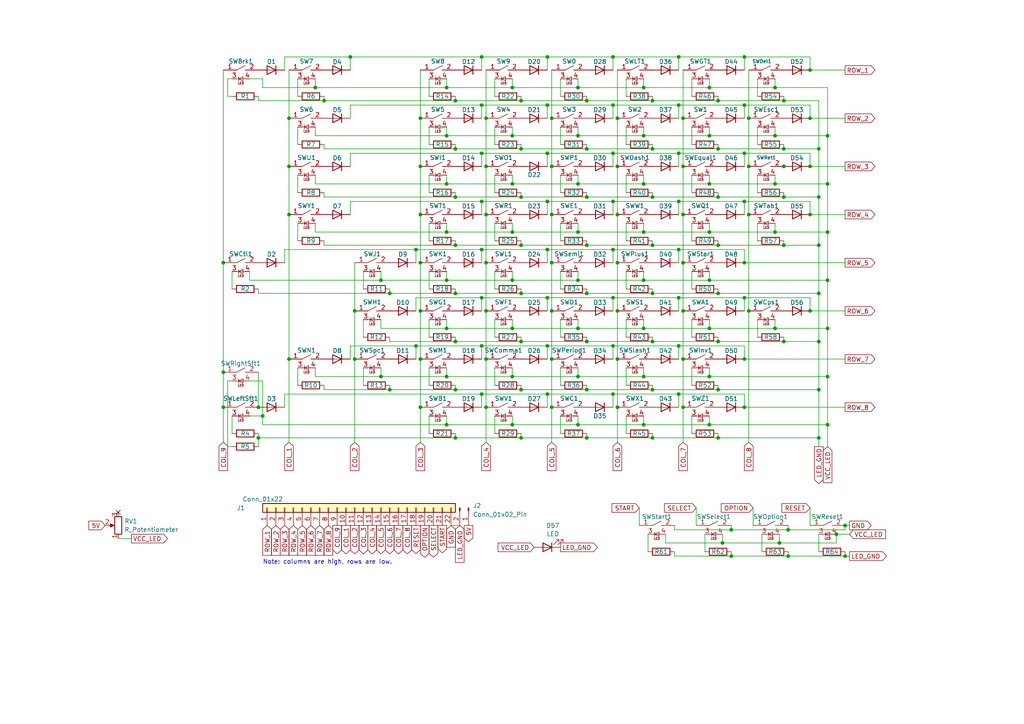
<source format=kicad_sch>
(kicad_sch (version 20230121) (generator eeschema)
  (paper "A4")
  (title_block (title "Decent400 keyboard") (date "2023-11-14") (rev "1") (company "Decent Consulting"))
  (junction (at 240.03 53.34))
  (junction (at 245.11 161.29))
  (junction (at 170.18 85.09))
  (junction (at 196.85 30.48))
  (junction (at 120.65 100.33))
  (junction (at 140.97 118.11))
  (junction (at 196.85 16.51))
  (junction (at 208.28 29.21))
  (junction (at 215.9 58.42))
  (junction (at 179.07 90.17))
  (junction (at 110.49 81.28))
  (junction (at 151.13 29.21))
  (junction (at 121.92 118.11))
  (junction (at 179.07 118.11))
  (junction (at 242.57 154.94))
  (junction (at 208.28 43.18))
  (junction (at 196.85 44.45))
  (junction (at 189.23 85.09))
  (junction (at 186.69 67.31))
  (junction (at 217.17 34.29))
  (junction (at 140.97 90.17))
  (junction (at 158.75 100.33))
  (junction (at 240.03 95.25))
  (junction (at 158.75 30.48))
  (junction (at 121.92 48.26))
  (junction (at 186.69 81.28))
  (junction (at 196.85 86.36))
  (junction (at 132.08 85.09))
  (junction (at 234.95 48.26))
  (junction (at 83.82 34.29))
  (junction (at 240.03 67.31))
  (junction (at 215.9 118.11))
  (junction (at 217.17 90.17))
  (junction (at 129.54 53.34))
  (junction (at 234.95 90.17))
  (junction (at 129.54 39.37))
  (junction (at 198.12 34.29))
  (junction (at 148.59 95.25))
  (junction (at 170.18 99.06))
  (junction (at 186.69 123.19))
  (junction (at 179.07 104.14))
  (junction (at 205.74 25.4))
  (junction (at 228.6 153.67))
  (junction (at 129.54 67.31))
  (junction (at 224.79 39.37))
  (junction (at 158.75 44.45))
  (junction (at 205.74 67.31))
  (junction (at 227.33 57.15))
  (junction (at 224.79 95.25))
  (junction (at 151.13 57.15))
  (junction (at 189.23 29.21))
  (junction (at 170.18 127))
  (junction (at 189.23 113.03))
  (junction (at 177.8 114.3))
  (junction (at 93.98 29.21))
  (junction (at 113.03 113.03))
  (junction (at 101.6 16.51))
  (junction (at 224.79 25.4))
  (junction (at 132.08 57.15))
  (junction (at 160.02 48.26))
  (junction (at 177.8 16.51))
  (junction (at 160.02 34.29))
  (junction (at 198.12 76.2))
  (junction (at 237.49 71.12))
  (junction (at 139.7 44.45))
  (junction (at 139.7 30.48))
  (junction (at 212.09 153.67))
  (junction (at 132.08 99.06))
  (junction (at 224.79 67.31))
  (junction (at 167.64 95.25))
  (junction (at 167.64 25.4))
  (junction (at 170.18 43.18))
  (junction (at 158.75 16.51))
  (junction (at 132.08 43.18))
  (junction (at 113.03 85.09))
  (junction (at 64.77 118.11))
  (junction (at 205.74 95.25))
  (junction (at 240.03 109.22))
  (junction (at 215.9 76.2))
  (junction (at 140.97 76.2))
  (junction (at 160.02 62.23))
  (junction (at 237.49 113.03))
  (junction (at 186.69 53.34))
  (junction (at 237.49 57.15))
  (junction (at 132.08 29.21))
  (junction (at 227.33 71.12))
  (junction (at 234.95 62.23))
  (junction (at 189.23 127))
  (junction (at 83.82 62.23))
  (junction (at 186.69 39.37))
  (junction (at 215.9 86.36))
  (junction (at 217.17 48.26))
  (junction (at 208.28 127))
  (junction (at 148.59 25.4))
  (junction (at 151.13 71.12))
  (junction (at 196.85 114.3))
  (junction (at 151.13 85.09))
  (junction (at 237.49 85.09))
  (junction (at 132.08 127))
  (junction (at 129.54 95.25))
  (junction (at 186.69 25.4))
  (junction (at 227.33 99.06))
  (junction (at 179.07 62.23))
  (junction (at 140.97 104.14))
  (junction (at 167.64 53.34))
  (junction (at 121.92 104.14))
  (junction (at 215.9 16.51))
  (junction (at 139.7 114.3))
  (junction (at 121.92 62.23))
  (junction (at 196.85 58.42))
  (junction (at 140.97 34.29))
  (junction (at 208.28 113.03))
  (junction (at 170.18 57.15))
  (junction (at 151.13 43.18))
  (junction (at 148.59 53.34))
  (junction (at 196.85 100.33))
  (junction (at 245.11 152.4))
  (junction (at 240.03 81.28))
  (junction (at 110.49 109.22))
  (junction (at 160.02 76.2))
  (junction (at 240.03 39.37))
  (junction (at 227.33 29.21))
  (junction (at 140.97 48.26))
  (junction (at 167.64 109.22))
  (junction (at 212.09 161.29))
  (junction (at 148.59 123.19))
  (junction (at 158.75 72.39))
  (junction (at 234.95 34.29))
  (junction (at 177.8 72.39))
  (junction (at 237.49 43.18))
  (junction (at 151.13 99.06))
  (junction (at 129.54 123.19))
  (junction (at 120.65 72.39))
  (junction (at 158.75 86.36))
  (junction (at 208.28 85.09))
  (junction (at 132.08 113.03))
  (junction (at 217.17 62.23))
  (junction (at 189.23 99.06))
  (junction (at 129.54 25.4))
  (junction (at 215.9 30.48))
  (junction (at 177.8 100.33))
  (junction (at 205.74 39.37))
  (junction (at 205.74 123.19))
  (junction (at 198.12 118.11))
  (junction (at 83.82 48.26))
  (junction (at 132.08 71.12))
  (junction (at 186.69 109.22))
  (junction (at 198.12 90.17))
  (junction (at 189.23 43.18))
  (junction (at 102.87 90.17))
  (junction (at 179.07 34.29))
  (junction (at 227.33 43.18))
  (junction (at 148.59 39.37))
  (junction (at 205.74 109.22))
  (junction (at 209.55 157.48))
  (junction (at 186.69 95.25))
  (junction (at 167.64 39.37))
  (junction (at 215.9 44.45))
  (junction (at 121.92 90.17))
  (junction (at 177.8 58.42))
  (junction (at 189.23 71.12))
  (junction (at 121.92 34.29))
  (junction (at 226.06 157.48))
  (junction (at 129.54 81.28))
  (junction (at 205.74 81.28))
  (junction (at 160.02 118.11))
  (junction (at 148.59 81.28))
  (junction (at 170.18 113.03))
  (junction (at 179.07 48.26))
  (junction (at 121.92 76.2))
  (junction (at 240.03 123.19))
  (junction (at 198.12 48.26))
  (junction (at 179.07 76.2))
  (junction (at 167.64 67.31))
  (junction (at 208.28 71.12))
  (junction (at 83.82 104.14))
  (junction (at 198.12 104.14))
  (junction (at 64.77 76.2))
  (junction (at 148.59 109.22))
  (junction (at 139.7 58.42))
  (junction (at 167.64 81.28))
  (junction (at 224.79 53.34))
  (junction (at 64.77 107.95))
  (junction (at 234.95 20.32))
  (junction (at 151.13 113.03))
  (junction (at 227.33 48.26))
  (junction (at 74.93 118.11))
  (junction (at 91.44 25.4))
  (junction (at 228.6 161.29))
  (junction (at 139.7 16.51))
  (junction (at 158.75 58.42))
  (junction (at 198.12 62.23))
  (junction (at 140.97 62.23))
  (junction (at 148.59 67.31))
  (junction (at 139.7 72.39))
  (junction (at 158.75 114.3))
  (junction (at 129.54 109.22))
  (junction (at 139.7 86.36))
  (junction (at 139.7 100.33))
  (junction (at 205.74 53.34))
  (junction (at 170.18 29.21))
  (junction (at 177.8 30.48))
  (junction (at 208.28 57.15))
  (junction (at 151.13 127))
  (junction (at 215.9 104.14))
  (junction (at 170.18 71.12))
  (junction (at 160.02 90.17))
  (junction (at 177.8 86.36))
  (junction (at 76.2 120.65))
  (junction (at 160.02 104.14))
  (junction (at 189.23 57.15))
  (junction (at 74.93 127))
  (junction (at 102.87 104.14))
  (junction (at 237.49 99.06))
  (junction (at 208.28 99.06))
  (junction (at 196.85 72.39))
  (junction (at 237.49 127))
  (junction (at 177.8 44.45))
  (junction (at 167.64 123.19))
  (no_connect (at 34.29 148.59))
  (wire (pts (xy 240.03 123.19) (xy 240.03 129.54)))
  (wire (pts (xy 189.23 127) (xy 189.23 125.73)))
  (wire (pts (xy 74.93 127) (xy 132.08 127)))
  (wire (pts (xy 205.74 81.28) (xy 240.03 81.28)))
  (wire (pts (xy 208.28 99.06) (xy 227.33 99.06)))
  (wire (pts (xy 93.98 43.18) (xy 93.98 41.91)))
  (wire (pts (xy 189.23 85.09) (xy 208.28 85.09)))
  (wire (pts (xy 162.56 50.8) (xy 162.56 55.88)))
  (wire (pts (xy 245.11 152.4) (xy 246.38 152.4)))
  (wire (pts (xy 208.28 43.18) (xy 208.28 41.91)))
  (wire (pts (xy 132.08 85.09) (xy 132.08 83.82)))
  (wire (pts (xy 167.64 109.22) (xy 167.64 106.68)))
  (wire (pts (xy 186.69 78.74) (xy 186.69 81.28)))
  (wire (pts (xy 74.93 83.82) (xy 74.93 85.09)))
  (wire (pts (xy 160.02 90.17) (xy 160.02 104.14)))
  (wire (pts (xy 151.13 43.18) (xy 170.18 43.18)))
  (wire (pts (xy 226.06 48.26) (xy 227.33 48.26)))
  (wire (pts (xy 132.08 99.06) (xy 113.03 99.06)))
  (wire (pts (xy 189.23 85.09) (xy 170.18 85.09)))
  (wire (pts (xy 227.33 29.21) (xy 237.49 29.21)))
  (wire (pts (xy 140.97 118.11) (xy 140.97 128.27)))
  (wire (pts (xy 86.36 106.68) (xy 86.36 111.76)))
  (wire (pts (xy 167.64 81.28) (xy 148.59 81.28)))
  (wire (pts (xy 212.09 153.67) (xy 228.6 153.67)))
  (wire (pts (xy 196.85 86.36) (xy 196.85 90.17)))
  (wire (pts (xy 143.51 106.68) (xy 143.51 111.76)))
  (wire (pts (xy 72.39 120.65) (xy 76.2 120.65)))
  (wire (pts (xy 140.97 90.17) (xy 140.97 104.14)))
  (wire (pts (xy 158.75 16.51) (xy 177.8 16.51)))
  (wire (pts (xy 224.79 67.31) (xy 224.79 64.77)))
  (wire (pts (xy 148.59 67.31) (xy 129.54 67.31)))
  (wire (pts (xy 162.56 36.83) (xy 162.56 41.91)))
  (wire (pts (xy 186.69 53.34) (xy 186.69 50.8)))
  (wire (pts (xy 64.77 76.2) (xy 64.77 107.95)))
  (wire (pts (xy 64.77 20.32) (xy 64.77 76.2)))
  (wire (pts (xy 143.51 36.83) (xy 143.51 41.91)))
  (wire (pts (xy 237.49 71.12) (xy 237.49 85.09)))
  (wire (pts (xy 177.8 114.3) (xy 196.85 114.3)))
  (wire (pts (xy 34.29 156.21) (xy 38.1 156.21)))
  (wire (pts (xy 186.69 81.28) (xy 167.64 81.28)))
  (wire (pts (xy 189.23 57.15) (xy 208.28 57.15)))
  (wire (pts (xy 205.74 67.31) (xy 205.74 64.77)))
  (wire (pts (xy 66.04 129.54) (xy 67.31 129.54)))
  (wire (pts (xy 143.51 50.8) (xy 143.51 55.88)))
  (wire (pts (xy 186.69 81.28) (xy 205.74 81.28)))
  (wire (pts (xy 121.92 62.23) (xy 121.92 76.2)))
  (wire (pts (xy 189.23 113.03) (xy 170.18 113.03)))
  (wire (pts (xy 196.85 114.3) (xy 215.9 114.3)))
  (wire (pts (xy 132.08 85.09) (xy 113.03 85.09)))
  (wire (pts (xy 167.64 25.4) (xy 167.64 22.86)))
  (wire (pts (xy 129.54 109.22) (xy 110.49 109.22)))
  (wire (pts (xy 189.23 71.12) (xy 208.28 71.12)))
  (wire (pts (xy 170.18 29.21) (xy 151.13 29.21)))
  (wire (pts (xy 189.23 43.18) (xy 189.23 41.91)))
  (wire (pts (xy 160.02 48.26) (xy 160.02 62.23)))
  (wire (pts (xy 83.82 34.29) (xy 83.82 48.26)))
  (wire (pts (xy 167.64 123.19) (xy 167.64 120.65)))
  (wire (pts (xy 167.64 53.34) (xy 167.64 50.8)))
  (wire (pts (xy 91.44 25.4) (xy 91.44 22.86)))
  (wire (pts (xy 120.65 86.36) (xy 139.7 86.36)))
  (wire (pts (xy 132.08 99.06) (xy 132.08 97.79)))
  (wire (pts (xy 242.57 154.94) (xy 246.38 154.94)))
  (wire (pts (xy 189.23 99.06) (xy 208.28 99.06)))
  (wire (pts (xy 205.74 95.25) (xy 224.79 95.25)))
  (wire (pts (xy 102.87 76.2) (xy 102.87 90.17)))
  (wire (pts (xy 186.69 67.31) (xy 167.64 67.31)))
  (wire (pts (xy 245.11 153.67) (xy 228.6 153.67)))
  (wire (pts (xy 113.03 85.09) (xy 113.03 83.82)))
  (wire (pts (xy 158.75 30.48) (xy 177.8 30.48)))
  (wire (pts (xy 82.55 20.32) (xy 82.55 16.51)))
  (wire (pts (xy 205.74 78.74) (xy 205.74 81.28)))
  (wire (pts (xy 179.07 104.14) (xy 179.07 118.11)))
  (wire (pts (xy 93.98 55.88) (xy 93.98 57.15)))
  (wire (pts (xy 139.7 72.39) (xy 158.75 72.39)))
  (wire (pts (xy 132.08 127) (xy 132.08 125.73)))
  (wire (pts (xy 189.23 69.85) (xy 189.23 71.12)))
  (wire (pts (xy 139.7 86.36) (xy 158.75 86.36)))
  (wire (pts (xy 124.46 22.86) (xy 124.46 27.94)))
  (wire (pts (xy 160.02 104.14) (xy 160.02 118.11)))
  (wire (pts (xy 129.54 25.4) (xy 129.54 22.86)))
  (wire (pts (xy 158.75 100.33) (xy 158.75 104.14)))
  (wire (pts (xy 170.18 71.12) (xy 151.13 71.12)))
  (wire (pts (xy 101.6 34.29) (xy 101.6 30.48)))
  (wire (pts (xy 130.81 152.4) (xy 133.35 152.4)))
  (wire (pts (xy 66.04 27.94) (xy 67.31 27.94)))
  (wire (pts (xy 208.28 127) (xy 189.23 127)))
  (wire (pts (xy 74.93 85.09) (xy 113.03 85.09)))
  (wire (pts (xy 148.59 67.31) (xy 148.59 64.77)))
  (wire (pts (xy 189.23 127) (xy 170.18 127)))
  (wire (pts (xy 227.33 71.12) (xy 227.33 69.85)))
  (wire (pts (xy 143.51 22.86) (xy 143.51 27.94)))
  (wire (pts (xy 113.03 99.06) (xy 113.03 97.79)))
  (wire (pts (xy 160.02 20.32) (xy 160.02 34.29)))
  (wire (pts (xy 140.97 104.14) (xy 140.97 118.11)))
  (wire (pts (xy 101.6 100.33) (xy 120.65 100.33)))
  (wire (pts (xy 196.85 44.45) (xy 215.9 44.45)))
  (wire (pts (xy 158.75 58.42) (xy 177.8 58.42)))
  (wire (pts (xy 208.28 57.15) (xy 208.28 55.88)))
  (wire (pts (xy 76.2 123.19) (xy 129.54 123.19)))
  (wire (pts (xy 240.03 25.4) (xy 240.03 39.37)))
  (wire (pts (xy 195.58 153.67) (xy 212.09 153.67)))
  (wire (pts (xy 148.59 25.4) (xy 129.54 25.4)))
  (wire (pts (xy 167.64 67.31) (xy 167.64 64.77)))
  (wire (pts (xy 234.95 62.23) (xy 245.11 62.23)))
  (wire (pts (xy 158.75 58.42) (xy 158.75 62.23)))
  (wire (pts (xy 162.56 64.77) (xy 162.56 69.85)))
  (wire (pts (xy 208.28 127) (xy 237.49 127)))
  (wire (pts (xy 205.74 67.31) (xy 224.79 67.31)))
  (wire (pts (xy 237.49 57.15) (xy 237.49 71.12)))
  (wire (pts (xy 129.54 81.28) (xy 129.54 78.74)))
  (wire (pts (xy 217.17 48.26) (xy 217.17 62.23)))
  (wire (pts (xy 91.44 53.34) (xy 91.44 50.8)))
  (wire (pts (xy 74.93 125.73) (xy 74.93 127)))
  (wire (pts (xy 186.69 95.25) (xy 167.64 95.25)))
  (wire (pts (xy 186.69 109.22) (xy 186.69 106.68)))
  (wire (pts (xy 151.13 85.09) (xy 151.13 83.82)))
  (wire (pts (xy 224.79 25.4) (xy 224.79 22.86)))
  (wire (pts (xy 177.8 86.36) (xy 177.8 90.17)))
  (wire (pts (xy 139.7 86.36) (xy 139.7 90.17)))
  (wire (pts (xy 200.66 36.83) (xy 200.66 41.91)))
  (wire (pts (xy 132.08 71.12) (xy 93.98 71.12)))
  (wire (pts (xy 209.55 157.48) (xy 226.06 157.48)))
  (wire (pts (xy 148.59 53.34) (xy 148.59 50.8)))
  (wire (pts (xy 196.85 58.42) (xy 215.9 58.42)))
  (wire (pts (xy 198.12 90.17) (xy 198.12 104.14)))
  (wire (pts (xy 158.75 72.39) (xy 177.8 72.39)))
  (wire (pts (xy 234.95 44.45) (xy 234.95 48.26)))
  (wire (pts (xy 83.82 20.32) (xy 83.82 34.29)))
  (wire (pts (xy 93.98 113.03) (xy 93.98 111.76)))
  (wire (pts (xy 151.13 113.03) (xy 151.13 111.76)))
  (wire (pts (xy 162.56 106.68) (xy 162.56 111.76)))
  (wire (pts (xy 215.9 16.51) (xy 215.9 20.32)))
  (wire (pts (xy 120.65 90.17) (xy 120.65 86.36)))
  (wire (pts (xy 167.64 109.22) (xy 148.59 109.22)))
  (wire (pts (xy 224.79 95.25) (xy 240.03 95.25)))
  (wire (pts (xy 121.92 34.29) (xy 121.92 48.26)))
  (wire (pts (xy 196.85 30.48) (xy 215.9 30.48)))
  (wire (pts (xy 170.18 43.18) (xy 189.23 43.18)))
  (wire (pts (xy 208.28 111.76) (xy 208.28 113.03)))
  (wire (pts (xy 167.64 67.31) (xy 148.59 67.31)))
  (wire (pts (xy 67.31 22.86) (xy 66.04 22.86)))
  (wire (pts (xy 148.59 39.37) (xy 148.59 36.83)))
  (wire (pts (xy 162.56 22.86) (xy 162.56 27.94)))
  (wire (pts (xy 82.55 118.11) (xy 82.55 114.3)))
  (wire (pts (xy 151.13 29.21) (xy 151.13 27.94)))
  (wire (pts (xy 66.04 22.86) (xy 66.04 27.94)))
  (wire (pts (xy 224.79 25.4) (xy 205.74 25.4)))
  (wire (pts (xy 158.75 114.3) (xy 158.75 118.11)))
  (wire (pts (xy 224.79 53.34) (xy 224.79 50.8)))
  (wire (pts (xy 187.96 154.94) (xy 187.96 160.02)))
  (wire (pts (xy 205.74 123.19) (xy 186.69 123.19)))
  (wire (pts (xy 205.74 53.34) (xy 186.69 53.34)))
  (wire (pts (xy 205.74 36.83) (xy 205.74 39.37)))
  (wire (pts (xy 139.7 100.33) (xy 158.75 100.33)))
  (wire (pts (xy 124.46 106.68) (xy 124.46 111.76)))
  (wire (pts (xy 158.75 86.36) (xy 177.8 86.36)))
  (wire (pts (xy 234.95 90.17) (xy 245.11 90.17)))
  (wire (pts (xy 234.95 30.48) (xy 234.95 34.29)))
  (wire (pts (xy 143.51 120.65) (xy 143.51 125.73)))
  (wire (pts (xy 215.9 16.51) (xy 234.95 16.51)))
  (wire (pts (xy 237.49 154.94) (xy 237.49 160.02)))
  (wire (pts (xy 160.02 76.2) (xy 160.02 90.17)))
  (wire (pts (xy 228.6 161.29) (xy 228.6 160.02)))
  (wire (pts (xy 151.13 99.06) (xy 132.08 99.06)))
  (wire (pts (xy 139.7 100.33) (xy 139.7 104.14)))
  (wire (pts (xy 245.11 152.4) (xy 245.11 153.67)))
  (wire (pts (xy 186.69 92.71) (xy 186.69 95.25)))
  (wire (pts (xy 83.82 48.26) (xy 83.82 62.23)))
  (wire (pts (xy 189.23 29.21) (xy 208.28 29.21)))
  (wire (pts (xy 121.92 90.17) (xy 121.92 104.14)))
  (wire (pts (xy 105.41 106.68) (xy 105.41 111.76)))
  (wire (pts (xy 234.95 58.42) (xy 234.95 62.23)))
  (wire (pts (xy 196.85 114.3) (xy 196.85 118.11)))
  (wire (pts (xy 139.7 30.48) (xy 158.75 30.48)))
  (wire (pts (xy 129.54 95.25) (xy 129.54 92.71)))
  (wire (pts (xy 189.23 43.18) (xy 208.28 43.18)))
  (wire (pts (xy 132.08 43.18) (xy 93.98 43.18)))
  (wire (pts (xy 179.07 62.23) (xy 179.07 76.2)))
  (wire (pts (xy 132.08 71.12) (xy 132.08 69.85)))
  (wire (pts (xy 67.31 120.65) (xy 67.31 125.73)))
  (wire (pts (xy 151.13 41.91) (xy 151.13 43.18)))
  (wire (pts (xy 177.8 86.36) (xy 196.85 86.36)))
  (wire (pts (xy 219.71 50.8) (xy 219.71 55.88)))
  (wire (pts (xy 151.13 43.18) (xy 132.08 43.18)))
  (wire (pts (xy 186.69 123.19) (xy 186.69 120.65)))
  (wire (pts (xy 205.74 109.22) (xy 186.69 109.22)))
  (wire (pts (xy 101.6 58.42) (xy 139.7 58.42)))
  (wire (pts (xy 208.28 97.79) (xy 208.28 99.06)))
  (wire (pts (xy 234.95 48.26) (xy 245.11 48.26)))
  (wire (pts (xy 186.69 39.37) (xy 186.69 36.83)))
  (wire (pts (xy 179.07 20.32) (xy 179.07 34.29)))
  (wire (pts (xy 120.65 100.33) (xy 139.7 100.33)))
  (wire (pts (xy 148.59 53.34) (xy 129.54 53.34)))
  (wire (pts (xy 215.9 114.3) (xy 215.9 118.11)))
  (wire (pts (xy 242.57 157.48) (xy 242.57 154.94)))
  (wire (pts (xy 67.31 110.49) (xy 66.04 110.49)))
  (wire (pts (xy 121.92 20.32) (xy 121.92 34.29)))
  (wire (pts (xy 129.54 123.19) (xy 129.54 120.65)))
  (wire (pts (xy 237.49 43.18) (xy 237.49 57.15)))
  (wire (pts (xy 151.13 127) (xy 151.13 125.73)))
  (wire (pts (xy 151.13 71.12) (xy 132.08 71.12)))
  (wire (pts (xy 105.41 92.71) (xy 105.41 97.79)))
  (wire (pts (xy 167.64 39.37) (xy 167.64 36.83)))
  (wire (pts (xy 227.33 41.91) (xy 227.33 43.18)))
  (wire (pts (xy 224.79 39.37) (xy 224.79 36.83)))
  (wire (pts (xy 151.13 57.15) (xy 170.18 57.15)))
  (wire (pts (xy 124.46 92.71) (xy 124.46 97.79)))
  (wire (pts (xy 177.8 16.51) (xy 196.85 16.51)))
  (wire (pts (xy 177.8 114.3) (xy 177.8 118.11)))
  (wire (pts (xy 160.02 118.11) (xy 160.02 128.27)))
  (wire (pts (xy 140.97 48.26) (xy 140.97 62.23)))
  (wire (pts (xy 139.7 114.3) (xy 139.7 118.11)))
  (wire (pts (xy 208.28 29.21) (xy 227.33 29.21)))
  (wire (pts (xy 170.18 113.03) (xy 170.18 111.76)))
  (wire (pts (xy 234.95 20.32) (xy 245.11 20.32)))
  (wire (pts (xy 158.75 114.3) (xy 177.8 114.3)))
  (wire (pts (xy 193.04 157.48) (xy 209.55 157.48)))
  (wire (pts (xy 158.75 100.33) (xy 177.8 100.33)))
  (wire (pts (xy 129.54 53.34) (xy 129.54 50.8)))
  (wire (pts (xy 151.13 29.21) (xy 132.08 29.21)))
  (wire (pts (xy 140.97 20.32) (xy 140.97 34.29)))
  (wire (pts (xy 186.69 25.4) (xy 167.64 25.4)))
  (wire (pts (xy 120.65 100.33) (xy 120.65 104.14)))
  (wire (pts (xy 110.49 95.25) (xy 110.49 92.71)))
  (wire (pts (xy 179.07 76.2) (xy 179.07 90.17)))
  (wire (pts (xy 217.17 34.29) (xy 217.17 48.26)))
  (wire (pts (xy 208.28 127) (xy 208.28 125.73)))
  (wire (pts (xy 181.61 120.65) (xy 181.61 125.73)))
  (wire (pts (xy 86.36 22.86) (xy 86.36 27.94)))
  (wire (pts (xy 139.7 16.51) (xy 158.75 16.51)))
  (wire (pts (xy 132.08 57.15) (xy 151.13 57.15)))
  (wire (pts (xy 177.8 100.33) (xy 196.85 100.33)))
  (wire (pts (xy 234.95 86.36) (xy 234.95 90.17)))
  (wire (pts (xy 208.28 71.12) (xy 227.33 71.12)))
  (wire (pts (xy 212.09 161.29) (xy 212.09 160.02)))
  (wire (pts (xy 177.8 72.39) (xy 177.8 76.2)))
  (wire (pts (xy 148.59 109.22) (xy 129.54 109.22)))
  (wire (pts (xy 143.51 64.77) (xy 143.51 69.85)))
  (wire (pts (xy 101.6 62.23) (xy 101.6 58.42)))
  (wire (pts (xy 186.69 25.4) (xy 186.69 22.86)))
  (wire (pts (xy 198.12 20.32) (xy 198.12 34.29)))
  (wire (pts (xy 240.03 67.31) (xy 240.03 81.28)))
  (wire (pts (xy 201.93 147.32) (xy 201.93 152.4)))
  (wire (pts (xy 162.56 78.74) (xy 162.56 83.82)))
  (wire (pts (xy 82.55 76.2) (xy 82.55 72.39)))
  (wire (pts (xy 167.64 25.4) (xy 148.59 25.4)))
  (wire (pts (xy 170.18 57.15) (xy 189.23 57.15)))
  (wire (pts (xy 93.98 29.21) (xy 132.08 29.21)))
  (wire (pts (xy 129.54 109.22) (xy 129.54 106.68)))
  (wire (pts (xy 204.47 154.94) (xy 204.47 160.02)))
  (wire (pts (xy 91.44 109.22) (xy 91.44 106.68)))
  (wire (pts (xy 82.55 16.51) (xy 101.6 16.51)))
  (wire (pts (xy 91.44 25.4) (xy 129.54 25.4)))
  (wire (pts (xy 72.39 110.49) (xy 76.2 110.49)))
  (wire (pts (xy 139.7 44.45) (xy 158.75 44.45)))
  (wire (pts (xy 151.13 57.15) (xy 151.13 55.88)))
  (wire (pts (xy 219.71 22.86) (xy 219.71 27.94)))
  (wire (pts (xy 82.55 72.39) (xy 120.65 72.39)))
  (wire (pts (xy 177.8 30.48) (xy 177.8 34.29)))
  (wire (pts (xy 208.28 71.12) (xy 208.28 69.85)))
  (wire (pts (xy 74.93 27.94) (xy 74.93 29.21)))
  (wire (pts (xy 170.18 99.06) (xy 151.13 99.06)))
  (wire (pts (xy 217.17 20.32) (xy 217.17 34.29)))
  (wire (pts (xy 148.59 25.4) (xy 148.59 22.86)))
  (wire (pts (xy 148.59 81.28) (xy 148.59 78.74)))
  (wire (pts (xy 167.64 81.28) (xy 167.64 78.74)))
  (wire (pts (xy 208.28 83.82) (xy 208.28 85.09)))
  (wire (pts (xy 170.18 57.15) (xy 170.18 55.88)))
  (wire (pts (xy 200.66 22.86) (xy 200.66 27.94)))
  (wire (pts (xy 139.7 114.3) (xy 158.75 114.3)))
  (wire (pts (xy 198.12 62.23) (xy 198.12 76.2)))
  (wire (pts (xy 151.13 127) (xy 132.08 127)))
  (wire (pts (xy 208.28 113.03) (xy 237.49 113.03)))
  (wire (pts (xy 189.23 27.94) (xy 189.23 29.21)))
  (wire (pts (xy 227.33 43.18) (xy 208.28 43.18)))
  (wire (pts (xy 198.12 76.2) (xy 198.12 90.17)))
  (wire (pts (xy 200.66 106.68) (xy 200.66 111.76)))
  (wire (pts (xy 186.69 64.77) (xy 186.69 67.31)))
  (wire (pts (xy 215.9 30.48) (xy 215.9 34.29)))
  (wire (pts (xy 217.17 90.17) (xy 217.17 128.27)))
  (wire (pts (xy 72.39 78.74) (xy 72.39 81.28)))
  (wire (pts (xy 237.49 29.21) (xy 237.49 43.18)))
  (wire (pts (xy 212.09 152.4) (xy 212.09 153.67)))
  (wire (pts (xy 148.59 39.37) (xy 129.54 39.37)))
  (wire (pts (xy 186.69 95.25) (xy 205.74 95.25)))
  (wire (pts (xy 121.92 48.26) (xy 121.92 62.23)))
  (wire (pts (xy 215.9 58.42) (xy 215.9 62.23)))
  (wire (pts (xy 186.69 123.19) (xy 167.64 123.19)))
  (wire (pts (xy 129.54 67.31) (xy 129.54 64.77)))
  (wire (pts (xy 198.12 48.26) (xy 198.12 62.23)))
  (wire (pts (xy 148.59 123.19) (xy 148.59 120.65)))
  (wire (pts (xy 83.82 62.23) (xy 83.82 104.14)))
  (wire (pts (xy 205.74 92.71) (xy 205.74 95.25)))
  (wire (pts (xy 219.71 64.77) (xy 219.71 69.85)))
  (wire (pts (xy 177.8 58.42) (xy 177.8 62.23)))
  (wire (pts (xy 196.85 72.39) (xy 196.85 76.2)))
  (wire (pts (xy 160.02 34.29) (xy 160.02 48.26)))
  (wire (pts (xy 113.03 113.03) (xy 93.98 113.03)))
  (wire (pts (xy 186.69 109.22) (xy 167.64 109.22)))
  (wire (pts (xy 189.23 97.79) (xy 189.23 99.06)))
  (wire (pts (xy 196.85 72.39) (xy 215.9 72.39)))
  (wire (pts (xy 177.8 44.45) (xy 177.8 48.26)))
  (wire (pts (xy 189.23 99.06) (xy 170.18 99.06)))
  (wire (pts (xy 177.8 72.39) (xy 196.85 72.39)))
  (wire (pts (xy 181.61 64.77) (xy 181.61 69.85)))
  (wire (pts (xy 140.97 76.2) (xy 140.97 90.17)))
  (wire (pts (xy 224.79 39.37) (xy 240.03 39.37)))
  (wire (pts (xy 186.69 67.31) (xy 205.74 67.31)))
  (wire (pts (xy 64.77 118.11) (xy 64.77 128.27)))
  (wire (pts (xy 186.69 53.34) (xy 167.64 53.34)))
  (wire (pts (xy 143.51 78.74) (xy 143.51 83.82)))
  (wire (pts (xy 167.64 123.19) (xy 148.59 123.19)))
  (wire (pts (xy 101.6 48.26) (xy 101.6 44.45)))
  (wire (pts (xy 177.8 44.45) (xy 196.85 44.45)))
  (wire (pts (xy 140.97 34.29) (xy 140.97 48.26)))
  (wire (pts (xy 167.64 95.25) (xy 148.59 95.25)))
  (wire (pts (xy 234.95 16.51) (xy 234.95 20.32)))
  (wire (pts (xy 151.13 99.06) (xy 151.13 97.79)))
  (wire (pts (xy 74.93 127) (xy 74.93 129.54)))
  (wire (pts (xy 121.92 118.11) (xy 121.92 128.27)))
  (wire (pts (xy 110.49 109.22) (xy 91.44 109.22)))
  (wire (pts (xy 181.61 22.86) (xy 181.61 27.94)))
  (wire (pts (xy 74.93 29.21) (xy 93.98 29.21)))
  (wire (pts (xy 215.9 100.33) (xy 215.9 104.14)))
  (wire (pts (xy 179.07 118.11) (xy 179.07 128.27)))
  (wire (pts (xy 148.59 109.22) (xy 148.59 106.68)))
  (wire (pts (xy 91.44 39.37) (xy 91.44 36.83)))
  (wire (pts (xy 217.17 62.23) (xy 217.17 90.17)))
  (wire (pts (xy 227.33 43.18) (xy 237.49 43.18)))
  (wire (pts (xy 186.69 39.37) (xy 167.64 39.37)))
  (wire (pts (xy 196.85 44.45) (xy 196.85 48.26)))
  (wire (pts (xy 158.75 30.48) (xy 158.75 34.29)))
  (wire (pts (xy 208.28 29.21) (xy 208.28 27.94)))
  (wire (pts (xy 101.6 104.14) (xy 101.6 100.33)))
  (wire (pts (xy 124.46 120.65) (xy 124.46 125.73)))
  (wire (pts (xy 113.03 113.03) (xy 113.03 111.76)))
  (wire (pts (xy 228.6 153.67) (xy 228.6 152.4)))
  (wire (pts (xy 234.95 34.29) (xy 245.11 34.29)))
  (wire (pts (xy 102.87 90.17) (xy 102.87 104.14)))
  (wire (pts (xy 132.08 43.18) (xy 132.08 41.91)))
  (wire (pts (xy 177.8 30.48) (xy 196.85 30.48)))
  (wire (pts (xy 200.66 120.65) (xy 200.66 125.73)))
  (wire (pts (xy 101.6 16.51) (xy 139.7 16.51)))
  (wire (pts (xy 205.74 39.37) (xy 224.79 39.37)))
  (wire (pts (xy 179.07 48.26) (xy 179.07 62.23)))
  (wire (pts (xy 220.98 154.94) (xy 220.98 160.02)))
  (wire (pts (xy 132.08 113.03) (xy 113.03 113.03)))
  (wire (pts (xy 91.44 67.31) (xy 91.44 64.77)))
  (wire (pts (xy 121.92 104.14) (xy 121.92 118.11)))
  (wire (pts (xy 170.18 85.09) (xy 170.18 83.82)))
  (wire (pts (xy 76.2 25.4) (xy 91.44 25.4)))
  (wire (pts (xy 215.9 76.2) (xy 245.11 76.2)))
  (wire (pts (xy 170.18 127) (xy 170.18 125.73)))
  (wire (pts (xy 120.65 72.39) (xy 139.7 72.39)))
  (wire (pts (xy 181.61 36.83) (xy 181.61 41.91)))
  (wire (pts (xy 93.98 71.12) (xy 93.98 69.85)))
  (wire (pts (xy 158.75 86.36) (xy 158.75 90.17)))
  (wire (pts (xy 170.18 127) (xy 151.13 127)))
  (wire (pts (xy 215.9 86.36) (xy 215.9 90.17)))
  (wire (pts (xy 200.66 50.8) (xy 200.66 55.88)))
  (wire (pts (xy 189.23 71.12) (xy 170.18 71.12)))
  (wire (pts (xy 170.18 29.21) (xy 189.23 29.21)))
  (wire (pts (xy 148.59 95.25) (xy 148.59 92.71)))
  (wire (pts (xy 139.7 16.51) (xy 139.7 20.32)))
  (wire (pts (xy 74.93 107.95) (xy 74.93 118.11)))
  (wire (pts (xy 215.9 44.45) (xy 215.9 48.26)))
  (wire (pts (xy 139.7 72.39) (xy 139.7 76.2)))
  (wire (pts (xy 139.7 58.42) (xy 139.7 62.23)))
  (wire (pts (xy 148.59 95.25) (xy 129.54 95.25)))
  (wire (pts (xy 196.85 58.42) (xy 196.85 62.23)))
  (wire (pts (xy 170.18 99.06) (xy 170.18 97.79)))
  (wire (pts (xy 179.07 90.17) (xy 179.07 104.14)))
  (wire (pts (xy 93.98 29.21) (xy 93.98 27.94)))
  (wire (pts (xy 219.71 36.83) (xy 219.71 41.91)))
  (wire (pts (xy 189.23 57.15) (xy 189.23 55.88)))
  (wire (pts (xy 205.74 53.34) (xy 224.79 53.34)))
  (wire (pts (xy 240.03 81.28) (xy 240.03 95.25)))
  (wire (pts (xy 189.23 111.76) (xy 189.23 113.03)))
  (wire (pts (xy 237.49 127) (xy 237.49 129.54)))
  (wire (pts (xy 179.07 34.29) (xy 179.07 48.26)))
  (wire (pts (xy 245.11 161.29) (xy 246.38 161.29)))
  (wire (pts (xy 245.11 160.02) (xy 245.11 161.29)))
  (wire (pts (xy 167.64 95.25) (xy 167.64 92.71)))
  (wire (pts (xy 162.56 92.71) (xy 162.56 97.79)))
  (wire (pts (xy 102.87 104.14) (xy 102.87 128.27)))
  (wire (pts (xy 132.08 57.15) (xy 132.08 55.88)))
  (wire (pts (xy 82.55 114.3) (xy 139.7 114.3)))
  (wire (pts (xy 215.9 118.11) (xy 245.11 118.11)))
  (wire (pts (xy 196.85 100.33) (xy 215.9 100.33)))
  (wire (pts (xy 129.54 95.25) (xy 110.49 95.25)))
  (wire (pts (xy 224.79 95.25) (xy 224.79 92.71)))
  (wire (pts (xy 132.08 29.21) (xy 132.08 27.94)))
  (wire (pts (xy 208.28 57.15) (xy 227.33 57.15)))
  (wire (pts (xy 205.74 53.34) (xy 205.74 50.8)))
  (wire (pts (xy 215.9 58.42) (xy 234.95 58.42)))
  (wire (pts (xy 219.71 92.71) (xy 219.71 97.79)))
  (wire (pts (xy 226.06 154.94) (xy 226.06 157.48)))
  (wire (pts (xy 200.66 64.77) (xy 200.66 69.85)))
  (wire (pts (xy 181.61 92.71) (xy 181.61 97.79)))
  (wire (pts (xy 158.75 44.45) (xy 158.75 48.26)))
  (wire (pts (xy 110.49 109.22) (xy 110.49 106.68)))
  (wire (pts (xy 177.8 16.51) (xy 177.8 20.32)))
  (wire (pts (xy 205.74 123.19) (xy 205.74 120.65)))
  (wire (pts (xy 240.03 53.34) (xy 240.03 67.31)))
  (wire (pts (xy 177.8 100.33) (xy 177.8 104.14)))
  (wire (pts (xy 167.64 53.34) (xy 148.59 53.34)))
  (wire (pts (xy 101.6 16.51) (xy 101.6 20.32)))
  (wire (pts (xy 170.18 71.12) (xy 170.18 69.85)))
  (wire (pts (xy 237.49 113.03) (xy 237.49 127)))
  (wire (pts (xy 228.6 161.29) (xy 212.09 161.29)))
  (wire (pts (xy 185.42 147.32) (xy 185.42 152.4)))
  (wire (pts (xy 209.55 154.94) (xy 209.55 157.48)))
  (wire (pts (xy 139.7 30.48) (xy 139.7 34.29)))
  (wire (pts (xy 139.7 44.45) (xy 139.7 48.26)))
  (wire (pts (xy 189.23 83.82) (xy 189.23 85.09)))
  (wire (pts (xy 162.56 120.65) (xy 162.56 125.73)))
  (wire (pts (xy 139.7 58.42) (xy 158.75 58.42)))
  (wire (pts (xy 140.97 62.23) (xy 140.97 76.2)))
  (wire (pts (xy 177.8 58.42) (xy 196.85 58.42)))
  (wire (pts (xy 218.44 147.32) (xy 218.44 152.4)))
  (wire (pts (xy 129.54 67.31) (xy 91.44 67.31)))
  (wire (pts (xy 196.85 16.51) (xy 215.9 16.51)))
  (wire (pts (xy 105.41 78.74) (xy 105.41 83.82)))
  (wire (pts (xy 200.66 92.71) (xy 200.66 97.79)))
  (wire (pts (xy 158.75 16.51) (xy 158.75 20.32)))
  (wire (pts (xy 224.79 53.34) (xy 240.03 53.34)))
  (wire (pts (xy 215.9 86.36) (xy 234.95 86.36)))
  (wire (pts (xy 181.61 106.68) (xy 181.61 111.76)))
  (wire (pts (xy 67.31 78.74) (xy 67.31 83.82)))
  (wire (pts (xy 226.06 157.48) (xy 242.57 157.48)))
  (wire (pts (xy 212.09 161.29) (xy 195.58 161.29)))
  (wire (pts (xy 224.79 25.4) (xy 240.03 25.4)))
  (wire (pts (xy 227.33 29.21) (xy 227.33 27.94)))
  (wire (pts (xy 129.54 53.34) (xy 91.44 53.34)))
  (wire (pts (xy 189.23 113.03) (xy 208.28 113.03)))
  (wire (pts (xy 76.2 120.65) (xy 76.2 123.19)))
  (wire (pts (xy 196.85 30.48) (xy 196.85 34.29)))
  (wire (pts (xy 205.74 109.22) (xy 240.03 109.22)))
  (wire (pts (xy 240.03 39.37) (xy 240.03 53.34)))
  (wire (pts (xy 132.08 113.03) (xy 132.08 111.76)))
  (wire (pts (xy 205.74 25.4) (xy 205.74 22.86)))
  (wire (pts (xy 158.75 44.45) (xy 177.8 44.45)))
  (wire (pts (xy 86.36 50.8) (xy 86.36 55.88)))
  (wire (pts (xy 143.51 92.71) (xy 143.51 97.79)))
  (wire (pts (xy 237.49 85.09) (xy 237.49 99.06)))
  (wire (pts (xy 195.58 153.67) (xy 195.58 152.4)))
  (wire (pts (xy 198.12 104.14) (xy 198.12 118.11)))
  (wire (pts (xy 124.46 64.77) (xy 124.46 69.85)))
  (wire (pts (xy 193.04 154.94) (xy 193.04 157.48)))
  (wire (pts (xy 86.36 64.77) (xy 86.36 69.85)))
  (wire (pts (xy 208.28 85.09) (xy 237.49 85.09)))
  (wire (pts (xy 72.39 22.86) (xy 76.2 22.86)))
  (wire (pts (xy 215.9 72.39) (xy 215.9 76.2)))
  (wire (pts (xy 227.33 99.06) (xy 237.49 99.06)))
  (wire (pts (xy 181.61 50.8) (xy 181.61 55.88)))
  (wire (pts (xy 101.6 44.45) (xy 139.7 44.45)))
  (wire (pts (xy 240.03 109.22) (xy 240.03 123.19)))
  (wire (pts (xy 151.13 113.03) (xy 132.08 113.03)))
  (wire (pts (xy 124.46 50.8) (xy 124.46 55.88)))
  (wire (pts (xy 76.2 110.49) (xy 76.2 120.65)))
  (wire (pts (xy 227.33 57.15) (xy 237.49 57.15)))
  (wire (pts (xy 170.18 85.09) (xy 151.13 85.09)))
  (wire (pts (xy 93.98 57.15) (xy 132.08 57.15)))
  (wire (pts (xy 72.39 81.28) (xy 110.49 81.28)))
  (wire (pts (xy 196.85 100.33) (xy 196.85 104.14)))
  (wire (pts (xy 234.95 147.32) (xy 234.95 152.4)))
  (wire (pts (xy 170.18 43.18) (xy 170.18 41.91)))
  (wire (pts (xy 198.12 118.11) (xy 198.12 128.27)))
  (wire (pts (xy 129.54 39.37) (xy 129.54 36.83)))
  (wire (pts (xy 83.82 104.14) (xy 83.82 128.27)))
  (wire (pts (xy 167.64 39.37) (xy 148.59 39.37)))
  (wire (pts (xy 101.6 30.48) (xy 139.7 30.48)))
  (wire (pts (xy 245.11 161.29) (xy 228.6 161.29)))
  (wire (pts (xy 124.46 36.83) (xy 124.46 41.91)))
  (wire (pts (xy 227.33 99.06) (xy 227.33 97.79)))
  (wire (pts (xy 195.58 161.29) (xy 195.58 160.02)))
  (wire (pts (xy 120.65 72.39) (xy 120.65 76.2)))
  (wire (pts (xy 205.74 106.68) (xy 205.74 109.22)))
  (wire (pts (xy 196.85 86.36) (xy 215.9 86.36)))
  (wire (pts (xy 215.9 44.45) (xy 234.95 44.45)))
  (wire (pts (xy 215.9 30.48) (xy 234.95 30.48)))
  (wire (pts (xy 158.75 72.39) (xy 158.75 76.2)))
  (wire (pts (xy 227.33 57.15) (xy 227.33 55.88)))
  (wire (pts (xy 237.49 99.06) (xy 237.49 113.03)))
  (wire (pts (xy 110.49 81.28) (xy 110.49 78.74)))
  (wire (pts (xy 196.85 16.51) (xy 196.85 20.32)))
  (wire (pts (xy 124.46 78.74) (xy 124.46 83.82)))
  (wire (pts (xy 170.18 113.03) (xy 151.13 113.03)))
  (wire (pts (xy 148.59 123.19) (xy 129.54 123.19)))
  (wire (pts (xy 148.59 81.28) (xy 129.54 81.28)))
  (wire (pts (xy 151.13 71.12) (xy 151.13 69.85)))
  (wire (pts (xy 64.77 107.95) (xy 64.77 118.11)))
  (wire (pts (xy 86.36 36.83) (xy 86.36 41.91)))
  (wire (pts (xy 227.33 71.12) (xy 237.49 71.12)))
  (wire (pts (xy 151.13 85.09) (xy 132.08 85.09)))
  (wire (pts (xy 200.66 78.74) (xy 200.66 83.82)))
  (wire (pts (xy 129.54 81.28) (xy 110.49 81.28)))
  (wire (pts (xy 245.11 104.14) (xy 215.9 104.14)))
  (wire (pts (xy 181.61 78.74) (xy 181.61 83.82)))
  (wire (pts (xy 205.74 25.4) (xy 186.69 25.4)))
  (wire (pts (xy 160.02 62.23) (xy 160.02 76.2)))
  (wire (pts (xy 205.74 123.19) (xy 240.03 123.19)))
  (wire (pts (xy 76.2 25.4) (xy 76.2 22.86)))
  (wire (pts (xy 198.12 34.29) (xy 198.12 48.26)))
  (wire (pts (xy 205.74 39.37) (xy 186.69 39.37)))
  (wire (pts (xy 129.54 39.37) (xy 91.44 39.37)))
  (wire (pts (xy 224.79 67.31) (xy 240.03 67.31)))
  (wire (pts (xy 240.03 95.25) (xy 240.03 109.22)))
  (wire (pts (xy 170.18 27.94) (xy 170.18 29.21)))
  (wire (pts (xy 66.04 110.49) (xy 66.04 129.54)))
  (wire (pts (xy 121.92 76.2) (xy 121.92 90.17)))
  (text "Note: columns are high, rows are low." (at 76.2 163.83 0) (effects (font (size 1.27 1.27)) (justify left bottom)))
  (global_label "COL_6" (shape input) (at 179.07 128.27 270) (property "Intersheetrefs" "${INTERSHEET_REFS}" (effects hide)))
  (global_label "ROW_2" (shape input) (at 80.01 152.4 270) (property "Intersheetrefs" "${INTERSHEET_REFS}" (effects hide)))
  (global_label "GND" (shape output) (at 246.38 152.4 0) (property "Intersheetrefs" "${INTERSHEET_REFS}" (effects hide)))
  (global_label "LED_GND" (shape output) (at 162.56 158.75 0) (property "Intersheetrefs" "${INTERSHEET_REFS}" (effects hide)))
  (global_label "OPTION" (shape output) (at 123.19 152.4 270) (property "Intersheetrefs" "${INTERSHEET_REFS}" (effects hide)))
  (global_label "ROW_4" (shape output) (at 245.11 62.23 0) (property "Intersheetrefs" "${INTERSHEET_REFS}" (effects hide)))
  (global_label "RESET" (shape output) (at 120.65 152.4 270) (property "Intersheetrefs" "${INTERSHEET_REFS}" (effects hide)))
  (global_label "COL_7" (shape input) (at 198.12 128.27 270) (property "Intersheetrefs" "${INTERSHEET_REFS}" (effects hide)))
  (global_label "ROW_6" (shape input) (at 90.17 152.4 270) (property "Intersheetrefs" "${INTERSHEET_REFS}" (effects hide)))
  (global_label "VCC_LED" (shape input) (at 246.38 154.94 0) (property "Intersheetrefs" "${INTERSHEET_REFS}" (effects hide)))
  (global_label "5V" (shape input) (at 30.48 152.4 180) (property "Intersheetrefs" "${INTERSHEET_REFS}" (effects hide)))
  (global_label "COL_6" (shape output) (at 113.03 152.4 270) (property "Intersheetrefs" "${INTERSHEET_REFS}" (effects hide)))
  (global_label "ROW_5" (shape output) (at 245.11 76.2 0) (property "Intersheetrefs" "${INTERSHEET_REFS}" (effects hide)))
  (global_label "COL_3" (shape input) (at 121.92 128.27 270) (property "Intersheetrefs" "${INTERSHEET_REFS}" (effects hide)))
  (global_label "VCC_LED" (shape output) (at 38.1 156.21 0) (property "Intersheetrefs" "${INTERSHEET_REFS}" (effects hide)))
  (global_label "START" (shape input) (at 185.42 147.32 180) (property "Intersheetrefs" "${INTERSHEET_REFS}" (effects hide)))
  (global_label "COL_8" (shape output) (at 118.11 152.4 270) (property "Intersheetrefs" "${INTERSHEET_REFS}" (effects hide)))
  (global_label "COL_8" (shape input) (at 217.17 128.27 270) (property "Intersheetrefs" "${INTERSHEET_REFS}" (effects hide)))
  (global_label "COL_2" (shape output) (at 102.87 152.4 270) (property "Intersheetrefs" "${INTERSHEET_REFS}" (effects hide)))
  (global_label "START" (shape output) (at 128.27 152.4 270) (property "Intersheetrefs" "${INTERSHEET_REFS}" (effects hide)))
  (global_label "ROW_4" (shape input) (at 85.09 152.4 270) (property "Intersheetrefs" "${INTERSHEET_REFS}" (effects hide)))
  (global_label "COL_1" (shape output) (at 100.33 152.4 270) (property "Intersheetrefs" "${INTERSHEET_REFS}" (effects hide)))
  (global_label "SELECT" (shape output) (at 125.73 152.4 270) (property "Intersheetrefs" "${INTERSHEET_REFS}" (effects hide)))
  (global_label "COL_4" (shape output) (at 107.95 152.4 270) (property "Intersheetrefs" "${INTERSHEET_REFS}" (effects hide)))
  (global_label "ROW_3" (shape output) (at 245.11 48.26 0) (property "Intersheetrefs" "${INTERSHEET_REFS}" (effects hide)))
  (global_label "ROW_8" (shape output) (at 245.11 118.11 0) (property "Intersheetrefs" "${INTERSHEET_REFS}" (effects hide)))
  (global_label "GND" (shape input) (at 130.81 152.4 270) (property "Intersheetrefs" "${INTERSHEET_REFS}" (effects hide)))
  (global_label "COL_9" (shape input) (at 64.77 128.27 270) (property "Intersheetrefs" "${INTERSHEET_REFS}" (effects hide)))
  (global_label "COL_7" (shape output) (at 115.57 152.4 270) (property "Intersheetrefs" "${INTERSHEET_REFS}" (effects hide)))
  (global_label "COL_5" (shape output) (at 110.49 152.4 270) (property "Intersheetrefs" "${INTERSHEET_REFS}" (effects hide)))
  (global_label "COL_1" (shape input) (at 83.82 128.27 270) (property "Intersheetrefs" "${INTERSHEET_REFS}" (effects hide)))
  (global_label "LED_GND" (shape output) (at 237.49 129.54 270) (property "Intersheetrefs" "${INTERSHEET_REFS}" (effects hide)))
  (global_label "SELECT" (shape input) (at 201.93 147.32 180) (property "Intersheetrefs" "${INTERSHEET_REFS}" (effects hide)))
  (global_label "ROW_5" (shape input) (at 87.63 152.4 270) (property "Intersheetrefs" "${INTERSHEET_REFS}" (effects hide)))
  (global_label "COL_3" (shape output) (at 105.41 152.4 270) (property "Intersheetrefs" "${INTERSHEET_REFS}" (effects hide)))
  (global_label "ROW_8" (shape input) (at 95.25 152.4 270) (property "Intersheetrefs" "${INTERSHEET_REFS}" (effects hide)))
  (global_label "ROW_6" (shape output) (at 245.11 90.17 0) (property "Intersheetrefs" "${INTERSHEET_REFS}" (effects hide)))
  (global_label "VCC_LED" (shape input) (at 240.03 129.54 270) (property "Intersheetrefs" "${INTERSHEET_REFS}" (effects hide)))
  (global_label "OPTION" (shape input) (at 218.44 147.32 180) (property "Intersheetrefs" "${INTERSHEET_REFS}" (effects hide)))
  (global_label "RESET" (shape input) (at 234.95 147.32 180) (property "Intersheetrefs" "${INTERSHEET_REFS}" (effects hide)))
  (global_label "5V" (shape output) (at 135.89 152.4 270) (property "Intersheetrefs" "${INTERSHEET_REFS}" (effects hide)))
  (global_label "ROW_2" (shape output) (at 245.11 34.29 0) (property "Intersheetrefs" "${INTERSHEET_REFS}" (effects hide)))
  (global_label "COL_9" (shape output) (at 97.79 152.4 270) (property "Intersheetrefs" "${INTERSHEET_REFS}" (effects hide)))
  (global_label "COL_2" (shape input) (at 102.87 128.27 270) (property "Intersheetrefs" "${INTERSHEET_REFS}" (effects hide)))
  (global_label "COL_5" (shape input) (at 160.02 128.27 270) (property "Intersheetrefs" "${INTERSHEET_REFS}" (effects hide)))
  (global_label "LED_GND" (shape input) (at 133.35 152.4 270) (property "Intersheetrefs" "${INTERSHEET_REFS}" (effects hide)))
  (global_label "LED_GND" (shape output) (at 246.38 161.29 0) (property "Intersheetrefs" "${INTERSHEET_REFS}" (effects hide)))
  (global_label "ROW_7" (shape output) (at 245.11 104.14 0) (property "Intersheetrefs" "${INTERSHEET_REFS}" (effects hide)))
  (global_label "ROW_1" (shape input) (at 77.47 152.4 270) (property "Intersheetrefs" "${INTERSHEET_REFS}" (effects hide)))
  (global_label "ROW_7" (shape input) (at 92.71 152.4 270) (property "Intersheetrefs" "${INTERSHEET_REFS}" (effects hide)))
  (global_label "ROW_1" (shape output) (at 245.11 20.32 0) (property "Intersheetrefs" "${INTERSHEET_REFS}" (effects hide)))
  (global_label "COL_4" (shape input) (at 140.97 128.27 270) (property "Intersheetrefs" "${INTERSHEET_REFS}" (effects hide)))
  (global_label "ROW_3" (shape input) (at 82.55 152.4 270) (property "Intersheetrefs" "${INTERSHEET_REFS}" (effects hide)))
  (global_label "VCC_LED" (shape input) (at 154.94 158.75 180) (property "Intersheetrefs" "${INTERSHEET_REFS}" (effects hide)))
  (symbol (lib_id "UniversalSwitchWithLED:SW_WITHLED") (at 222.25 90.17 0) (unit 1)
    (property "Reference" "SWCps1" (at 222.25 87.63 0))
    (property "Value" "Caps" (effects hide))
    (property "Footprint" "Library:MX-1-75U-LED" (effects hide))
    (property "JLCPCB Part #" "C193191" (effects hide))
    (property "JLCPCB Rotation Offset" "180" (effects hide))
  )
  (symbol (lib_id "UniversalSwitchWithLED:SW_WITHLED") (at 184.15 20.32 0) (unit 1)
    (property "Reference" "SWLT1" (at 184.15 17.78 0))
    (property "Value" "LessThan" (effects hide))
    (property "Footprint" "Library:MX-1-00U-LED" (effects hide))
    (property "JLCPCB Part #" "C193191" (effects hide))
    (property "JLCPCB Rotation Offset" "180" (effects hide))
  )
  (symbol (lib_id "Device:R") (at 90.17 55.88 90) (unit 1)
    (property "Reference" "R8" (at 90.17 55.88 90))
    (property "Value" "100" (effects hide))
    (property "Footprint" "Library:R_0603_1608Metric" (effects hide))
    (property "JLCPCB Part #" "C22775" (effects hide))
  )
  (symbol (lib_id "Device:R") (at 147.32 27.94 90) (unit 1)
    (property "Reference" "R22" (at 147.32 27.94 90))
    (property "Value" "100" (effects hide))
    (property "Footprint" "Library:R_0603_1608Metric" (effects hide))
    (property "JLCPCB Part #" "C22775" (effects hide))
  )
  (symbol (lib_id "UniversalSwitchWithLED:SW_WITHLED") (at 165.1 48.26 0) (unit 1)
    (property "Reference" "SWP1" (at 165.1 45.72 0))
    (property "Value" "P" (effects hide))
    (property "Footprint" "Library:MX-1-00U-LED" (effects hide))
    (property "JLCPCB Part #" "C193191" (effects hide))
    (property "JLCPCB Rotation Offset" "180" (effects hide))
  )
  (symbol (lib_id "UniversalSwitchWithLED:SW_WITHLED") (at 222.25 48.26 0) (unit 1)
    (property "Reference" "SWRet1" (at 222.25 45.72 0) (effects (font (size 1 1))))
    (property "Value" "Return" (effects hide))
    (property "Footprint" "Library:MX-ISO-RETURN" (effects hide))
    (property "JLCPCB Part #" "C193191" (effects hide))
    (property "JLCPCB Rotation Offset" "270" (effects hide))
  )
  (symbol (lib_id "Device:R") (at 191.77 160.02 90) (unit 1)
    (property "Reference" "R61" (at 191.77 160.02 90))
    (property "Value" "100" (effects hide))
    (property "Footprint" "Library:R_0603_1608Metric" (effects hide))
    (property "JLCPCB Part #" "C22775" (effects hide))
  )
  (symbol (lib_name "1N4148W_1") (lib_id "Diode:1N4148W") (at 212.09 76.2 180) (unit 1)
    (property "Reference" "D48" (at 212.09 73.7672 0))
    (property "Value" "1N4148W" (effects hide))
    (property "Footprint" "Library:D_SOD-123" (effects hide))
    (property "Datasheet" "https://www.vishay.com/docs/85748/1n4148w.pdf" (effects hide))
    (property "JLCPCB Part #" "C81598" (effects hide))
  )
  (symbol (lib_id "Device:R") (at 185.42 69.85 90) (unit 1)
    (property "Reference" "R41" (at 185.42 69.85 90))
    (property "Value" "100" (effects hide))
    (property "Footprint" "Library:R_0603_1608Metric" (effects hide))
    (property "JLCPCB Part #" "C22775" (effects hide))
  )
  (symbol (lib_id "UniversalSwitchWithLED:SW_WITHLED") (at 69.85 20.32 0) (unit 1)
    (property "Reference" "SWBrk1" (at 69.85 17.78 0))
    (property "Value" "Break" (effects hide))
    (property "Footprint" "Library:MX-1-25U-LED" (effects hide))
    (property "JLCPCB Part #" "C193191" (effects hide))
    (property "JLCPCB Rotation Offset" "180" (effects hide))
  )
  (symbol (lib_name "1N4148W_56") (lib_id "Diode:1N4148W") (at 154.94 104.14 180) (unit 1)
    (property "Reference" "D26" (at 154.94 101.7072 0))
    (property "Value" "1N4148W" (effects hide))
    (property "Footprint" "Library:D_SOD-123" (effects hide))
    (property "Datasheet" "https://www.vishay.com/docs/85748/1n4148w.pdf" (effects hide))
    (property "JLCPCB Part #" "C81598" (effects hide))
  )
  (symbol (lib_id "Device:R") (at 223.52 97.79 90) (unit 1)
    (property "Reference" "R58" (at 223.52 97.79 90))
    (property "Value" "100" (effects hide))
    (property "Footprint" "Library:R_0603_1608Metric" (effects hide))
    (property "JLCPCB Part #" "C22775" (effects hide))
  )
  (symbol (lib_id "Device:R_Potentiometer") (at 34.29 152.4 180) (unit 1)
    (property "Reference" "RV1" (at 36.068 151.1879 0) (effects (justify right)))
    (property "Value" "R_Potentiometer" (at 36.068 153.6121 0) (effects (justify right)))
    (property "Footprint" "Potentiometer_SMD:Potentiometer_Bourns_TC33X_Vertical" (effects hide))
    (property "JLCPCB Part #" "C720647" (effects hide))
    (property "JLCPCB Rotation Offset" "90" (effects hide))
  )
  (symbol (lib_name "1N4148W_54") (lib_id "Diode:1N4148W") (at 78.74 76.2 180) (unit 1)
    (property "Reference" "D2" (at 78.74 73.7672 0))
    (property "Value" "1N4148W" (effects hide))
    (property "Footprint" "Library:D_SOD-123" (effects hide))
    (property "Datasheet" "https://www.vishay.com/docs/85748/1n4148w.pdf" (effects hide))
    (property "JLCPCB Part #" "C81598" (effects hide))
  )
  (symbol (lib_name "1N4148W_21") (lib_id "Diode:1N4148W") (at 97.79 20.32 180) (unit 1)
    (property "Reference" "D4" (at 97.79 17.9611 0))
    (property "Value" "1N4148W" (effects hide))
    (property "Footprint" "Library:D_SOD-123" (effects hide))
    (property "Datasheet" "https://www.vishay.com/docs/85748/1n4148w.pdf" (effects hide))
    (property "JLCPCB Part #" "C81598" (effects hide))
  )
  (symbol (lib_id "Device:R") (at 71.12 125.73 90) (unit 1)
    (property "Reference" "R4" (at 71.12 125.73 90))
    (property "Value" "100" (effects hide))
    (property "Footprint" "Library:R_0603_1608Metric" (effects hide))
    (property "JLCPCB Part #" "C22775" (effects hide))
  )
  (symbol (lib_id "Device:R") (at 223.52 27.94 90) (unit 1)
    (property "Reference" "R54" (at 223.52 27.94 90))
    (property "Value" "100" (effects hide))
    (property "Footprint" "Library:R_0603_1608Metric" (effects hide))
    (property "JLCPCB Part #" "C22775" (effects hide))
  )
  (symbol (lib_name "1N4148W_48") (lib_id "Diode:1N4148W") (at 173.99 76.2 180) (unit 1)
    (property "Reference" "D32" (at 173.99 73.7672 0))
    (property "Value" "1N4148W" (effects hide))
    (property "Footprint" "Library:D_SOD-123" (effects hide))
    (property "Datasheet" "https://www.vishay.com/docs/85748/1n4148w.pdf" (effects hide))
    (property "JLCPCB Part #" "C81598" (effects hide))
  )
  (symbol (lib_id "UniversalSwitchWithLED:SW_WITHLED") (at 69.85 118.11 0) (unit 1)
    (property "Reference" "SWLeftSft1" (at 69.85 115.57 0))
    (property "Value" "Shift" (effects hide))
    (property "Footprint" "Library:MX-2-25U-LED" (effects hide))
    (property "JLCPCB Part #" "C193191" (effects hide))
    (property "JLCPCB Rotation Offset" "180" (effects hide))
  )
  (symbol (lib_id "UniversalSwitchWithLED:SW_WITHLED") (at 88.9 20.32 0) (unit 1)
    (property "Reference" "SW7" (at 88.9 17.78 0))
    (property "Value" "7" (effects hide))
    (property "Footprint" "Library:MX-1-00U-LED" (effects hide))
    (property "JLCPCB Part #" "C193191" (effects hide))
    (property "JLCPCB Rotation Offset" "180" (effects hide))
  )
  (symbol (lib_id "UniversalSwitchWithLED:SW_WITHLED") (at 222.25 62.23 0) (unit 1)
    (property "Reference" "SWTab1" (at 222.25 59.69 0))
    (property "Value" "Tab" (effects hide))
    (property "Footprint" "Library:MX-1-50U-LED" (effects hide))
    (property "JLCPCB Part #" "C193191" (effects hide))
    (property "JLCPCB Rotation Offset" "180" (effects hide))
  )
  (symbol (lib_name "1N4148W_7") (lib_id "Diode:1N4148W") (at 231.14 34.29 180) (unit 1)
    (property "Reference" "D53" (at 231.14 31.8572 0))
    (property "Value" "1N4148W" (effects hide))
    (property "Footprint" "Library:D_SOD-123" (effects hide))
    (property "Datasheet" "https://www.vishay.com/docs/85748/1n4148w.pdf" (effects hide))
    (property "JLCPCB Part #" "C81598" (effects hide))
  )
  (symbol (lib_name "1N4148W_41") (lib_id "Diode:1N4148W") (at 173.99 118.11 180) (unit 1)
    (property "Reference" "D35" (at 173.99 120.65 0))
    (property "Value" "1N4148W" (effects hide))
    (property "Footprint" "Library:D_SOD-123" (effects hide))
    (property "Datasheet" "https://www.vishay.com/docs/85748/1n4148w.pdf" (effects hide))
    (property "JLCPCB Part #" "C81598" (effects hide))
  )
  (symbol (lib_id "Device:R") (at 128.27 97.79 90) (unit 1)
    (property "Reference" "R19" (at 128.27 97.79 90))
    (property "Value" "100" (effects hide))
    (property "Footprint" "Library:R_0603_1608Metric" (effects hide))
    (property "JLCPCB Part #" "C22775" (effects hide))
  )
  (symbol (lib_name "1N4148W_39") (lib_id "Diode:1N4148W") (at 193.04 34.29 180) (unit 1)
    (property "Reference" "D37" (at 193.04 31.8572 0))
    (property "Value" "1N4148W" (effects hide))
    (property "Footprint" "Library:D_SOD-123" (effects hide))
    (property "Datasheet" "https://www.vishay.com/docs/85748/1n4148w.pdf" (effects hide))
    (property "JLCPCB Part #" "C81598" (effects hide))
  )
  (symbol (lib_name "1N4148W_6") (lib_id "Diode:1N4148W") (at 212.09 20.32 180) (unit 1)
    (property "Reference" "D44" (at 212.09 17.8872 0))
    (property "Value" "1N4148W" (effects hide))
    (property "Footprint" "Library:D_SOD-123" (effects hide))
    (property "Datasheet" "https://www.vishay.com/docs/85748/1n4148w.pdf" (effects hide))
    (property "JLCPCB Part #" "C81598" (effects hide))
  )
  (symbol (lib_id "Device:R") (at 166.37 97.79 90) (unit 1)
    (property "Reference" "R35" (at 166.37 97.79 90))
    (property "Value" "100" (effects hide))
    (property "Footprint" "Library:R_0603_1608Metric" (effects hide))
    (property "JLCPCB Part #" "C22775" (effects hide))
  )
  (symbol (lib_id "UniversalSwitchWithLED:SW_WITHLED") (at 165.1 62.23 0) (unit 1)
    (property "Reference" "SWE1" (at 165.1 59.69 0))
    (property "Value" "E" (effects hide))
    (property "Footprint" "Library:MX-1-00U-LED" (effects hide))
    (property "JLCPCB Part #" "C193191" (effects hide))
    (property "JLCPCB Rotation Offset" "180" (effects hide))
  )
  (symbol (lib_id "UniversalSwitchWithLED:SW_WITHLED") (at 222.25 20.32 0) (unit 1)
    (property "Reference" "SWDel1" (at 220.98 17.78 0) (effects (font (size 1 1))))
    (property "Value" "Del" (effects hide))
    (property "Footprint" "Library:MX-2-00U-LED" (effects hide))
    (property "JLCPCB Part #" "C193191" (effects hide))
    (property "JLCPCB Rotation Offset" "180" (effects hide))
  )
  (symbol (lib_id "UniversalSwitchWithLED:SW_WITHLED") (at 184.15 76.2 0) (unit 1)
    (property "Reference" "SWPlus1" (at 184.15 73.66 0))
    (property "Value" "Plus" (effects hide))
    (property "Footprint" "Library:MX-1-00U-LED" (effects hide))
    (property "JLCPCB Part #" "C193191" (effects hide))
    (property "JLCPCB Rotation Offset" "180" (effects hide))
  )
  (symbol (lib_id "Device:R") (at 185.42 55.88 90) (unit 1)
    (property "Reference" "R40" (at 185.42 55.88 90))
    (property "Value" "100" (effects hide))
    (property "Footprint" "Library:R_0603_1608Metric" (effects hide))
    (property "JLCPCB Part #" "C22775" (effects hide))
  )
  (symbol (lib_id "UniversalSwitchWithLED:SW_WITHLED") (at 127 90.17 0) (unit 1)
    (property "Reference" "SWG1" (at 127 87.63 0))
    (property "Value" "G" (effects hide))
    (property "Footprint" "Library:MX-1-00U-LED" (effects hide))
    (property "JLCPCB Part #" "C193191" (effects hide))
    (property "JLCPCB Rotation Offset" "180" (effects hide))
  )
  (symbol (lib_id "Device:R") (at 147.32 69.85 90) (unit 1)
    (property "Reference" "R25" (at 147.32 69.85 90))
    (property "Value" "100" (effects hide))
    (property "Footprint" "Library:R_0603_1608Metric" (effects hide))
    (property "JLCPCB Part #" "C22775" (effects hide))
  )
  (symbol (lib_name "1N4148W_33") (lib_id "Diode:1N4148W") (at 193.04 48.26 180) (unit 1)
    (property "Reference" "D38" (at 193.04 45.8272 0))
    (property "Value" "1N4148W" (effects hide))
    (property "Footprint" "Library:D_SOD-123" (effects hide))
    (property "Datasheet" "https://www.vishay.com/docs/85748/1n4148w.pdf" (effects hide))
    (property "JLCPCB Part #" "C81598" (effects hide))
  )
  (symbol (lib_name "1N4148W_23") (lib_id "Diode:1N4148W") (at 97.79 48.26 180) (unit 1)
    (property "Reference" "D6" (at 97.79 45.8272 0))
    (property "Value" "1N4148W" (effects hide))
    (property "Footprint" "Library:D_SOD-123" (effects hide))
    (property "Datasheet" "https://www.vishay.com/docs/85748/1n4148w.pdf" (effects hide))
    (property "JLCPCB Part #" "C81598" (effects hide))
  )
  (symbol (lib_id "UniversalSwitchWithLED:SW_WITHLED") (at 146.05 34.29 0) (unit 1)
    (property "Reference" "SW4" (at 146.05 31.75 0))
    (property "Value" "4" (effects hide))
    (property "Footprint" "Library:MX-1-00U-LED" (effects hide))
    (property "JLCPCB Part #" "C193191" (effects hide))
    (property "JLCPCB Rotation Offset" "180" (effects hide))
  )
  (symbol (lib_id "Device:R") (at 185.42 27.94 90) (unit 1)
    (property "Reference" "R38" (at 185.42 27.94 90))
    (property "Value" "100" (effects hide))
    (property "Footprint" "Library:R_0603_1608Metric" (effects hide))
    (property "JLCPCB Part #" "C22775" (effects hide))
  )
  (symbol (lib_id "UniversalSwitchWithLED:SW_WITHLED") (at 184.15 104.14 0) (unit 1)
    (property "Reference" "SWSlash1" (at 184.15 101.6 0))
    (property "Value" "Slash" (effects hide))
    (property "Footprint" "Library:MX-1-00U-LED" (effects hide))
    (property "JLCPCB Part #" "C193191" (effects hide))
    (property "JLCPCB Rotation Offset" "180" (effects hide))
  )
  (symbol (lib_id "Device:R") (at 90.17 41.91 90) (unit 1)
    (property "Reference" "R7" (at 90.17 41.91 90))
    (property "Value" "100" (effects hide))
    (property "Footprint" "Library:R_0603_1608Metric" (effects hide))
    (property "JLCPCB Part #" "C22775" (effects hide))
  )
  (symbol (lib_id "UniversalSwitchWithLED:SW_WITHLED") (at 88.9 104.14 0) (unit 1)
    (property "Reference" "SWN1" (at 88.9 101.6 0))
    (property "Value" "N" (effects hide))
    (property "Footprint" "Library:MX-1-00U-LED" (effects hide))
    (property "JLCPCB Part #" "C193191" (effects hide))
    (property "JLCPCB Rotation Offset" "180" (effects hide))
  )
  (symbol (lib_name "1N4148W_43") (lib_id "Diode:1N4148W") (at 193.04 118.11 180) (unit 1)
    (property "Reference" "D43" (at 193.04 115.6772 0))
    (property "Value" "1N4148W" (effects hide))
    (property "Footprint" "Library:D_SOD-123" (effects hide))
    (property "Datasheet" "https://www.vishay.com/docs/85748/1n4148w.pdf" (effects hide))
    (property "JLCPCB Part #" "C81598" (effects hide))
  )
  (symbol (lib_id "UniversalSwitchWithLED:SW_WITHLED") (at 203.2 118.11 0) (unit 1)
    (property "Reference" "SWZ1" (at 203.2 115.57 0))
    (property "Value" "Z" (effects hide))
    (property "Footprint" "Library:MX-1-00U-LED" (effects hide))
    (property "JLCPCB Part #" "C193191" (effects hide))
    (property "JLCPCB Rotation Offset" "180" (effects hide))
  )
  (symbol (lib_name "1N4148W_9") (lib_id "Diode:1N4148W") (at 231.14 48.26 180) (unit 1)
    (property "Reference" "D54" (at 231.14 45.8272 0))
    (property "Value" "1N4148W" (effects hide))
    (property "Footprint" "Library:D_SOD-123" (effects hide))
    (property "Datasheet" "https://www.vishay.com/docs/85748/1n4148w.pdf" (effects hide))
    (property "JLCPCB Part #" "C81598" (effects hide))
  )
  (symbol (lib_name "1N4148W_38") (lib_id "Diode:1N4148W") (at 173.99 20.32 180) (unit 1)
    (property "Reference" "D28" (at 173.99 17.8872 0))
    (property "Value" "1N4148W" (effects hide))
    (property "Footprint" "Library:D_SOD-123" (effects hide))
    (property "Datasheet" "https://www.vishay.com/docs/85748/1n4148w.pdf" (effects hide))
    (property "JLCPCB Part #" "C81598" (effects hide))
  )
  (symbol (lib_id "Device:R") (at 166.37 69.85 90) (unit 1)
    (property "Reference" "R33" (at 166.37 69.85 90))
    (property "Value" "100" (effects hide))
    (property "Footprint" "Library:R_0603_1608Metric" (effects hide))
    (property "JLCPCB Part #" "C22775" (effects hide))
  )
  (symbol (lib_id "UniversalSwitchWithLED:SW_WITHLED") (at 203.2 62.23 0) (unit 1)
    (property "Reference" "SWQ1" (at 203.2 59.69 0))
    (property "Value" "Q" (effects hide))
    (property "Footprint" "Library:MX-1-00U-LED" (effects hide))
    (property "JLCPCB Part #" "C193191" (effects hide))
    (property "JLCPCB Rotation Offset" "180" (effects hide))
  )
  (symbol (lib_id "Device:R") (at 185.42 83.82 90) (unit 1)
    (property "Reference" "R42" (at 185.42 83.82 90))
    (property "Value" "100" (effects hide))
    (property "Footprint" "Library:R_0603_1608Metric" (effects hide))
    (property "JLCPCB Part #" "C22775" (effects hide))
  )
  (symbol (lib_id "Device:R") (at 204.47 83.82 90) (unit 1)
    (property "Reference" "R50" (at 204.47 83.82 90))
    (property "Value" "100" (effects hide))
    (property "Footprint" "Library:R_0603_1608Metric" (effects hide))
    (property "JLCPCB Part #" "C22775" (effects hide))
  )
  (symbol (lib_id "UniversalSwitchWithLED:SW_WITHLED") (at 88.9 48.26 0) (unit 1)
    (property "Reference" "SWU1" (at 88.9 45.72 0))
    (property "Value" "U" (effects hide))
    (property "Footprint" "Library:MX-1-00U-LED" (effects hide))
    (property "JLCPCB Part #" "C193191" (effects hide))
    (property "JLCPCB Rotation Offset" "180" (effects hide))
  )
  (symbol (lib_id "Device:R") (at 128.27 69.85 90) (unit 1)
    (property "Reference" "R17" (at 128.27 69.85 90))
    (property "Value" "100" (effects hide))
    (property "Footprint" "Library:R_0603_1608Metric" (effects hide))
    (property "JLCPCB Part #" "C22775" (effects hide))
  )
  (symbol (lib_id "Device:R") (at 185.42 97.79 90) (unit 1)
    (property "Reference" "R43" (at 185.42 97.79 90))
    (property "Value" "100" (effects hide))
    (property "Footprint" "Library:R_0603_1608Metric" (effects hide))
    (property "JLCPCB Part #" "C22775" (effects hide))
  )
  (symbol (lib_id "Device:R") (at 90.17 27.94 90) (unit 1)
    (property "Reference" "R6" (at 90.17 27.94 90))
    (property "Value" "100" (effects hide))
    (property "Footprint" "Library:R_0603_1608Metric" (effects hide))
    (property "JLCPCB Part #" "C22775" (effects hide))
  )
  (symbol (lib_id "Device:R") (at 71.12 129.54 90) (unit 1)
    (property "Reference" "R5" (at 71.12 129.54 90))
    (property "Value" "100" (effects hide))
    (property "Footprint" "Library:R_0603_1608Metric" (effects hide))
    (property "JLCPCB Part #" "C22775" (effects hide))
  )
  (symbol (lib_id "Device:R") (at 109.22 111.76 90) (unit 1)
    (property "Reference" "R13" (at 109.22 111.76 90))
    (property "Value" "100" (effects hide))
    (property "Footprint" "Library:R_0603_1608Metric" (effects hide))
    (property "JLCPCB Part #" "C22775" (effects hide))
  )
  (symbol (lib_id "UniversalSwitchWithLED:SW_WITHLED") (at 165.1 76.2 0) (unit 1)
    (property "Reference" "SWSemi1" (at 165.1 73.66 0))
    (property "Value" "Semicolon" (effects hide))
    (property "Footprint" "Library:MX-1-00U-LED" (effects hide))
    (property "JLCPCB Part #" "C193191" (effects hide))
    (property "JLCPCB Rotation Offset" "180" (effects hide))
  )
  (symbol (lib_id "Device:R") (at 185.42 125.73 90) (unit 1)
    (property "Reference" "R45" (at 185.42 125.73 90))
    (property "Value" "100" (effects hide))
    (property "Footprint" "Library:R_0603_1608Metric" (effects hide))
    (property "JLCPCB Part #" "C22775" (effects hide))
  )
  (symbol (lib_id "Device:R") (at 128.27 55.88 90) (unit 1)
    (property "Reference" "R16" (at 128.27 55.88 90))
    (property "Value" "100" (effects hide))
    (property "Footprint" "Library:R_0603_1608Metric" (effects hide))
    (property "JLCPCB Part #" "C22775" (effects hide))
  )
  (symbol (lib_id "Device:R") (at 204.47 41.91 90) (unit 1)
    (property "Reference" "R47" (at 204.47 41.91 90))
    (property "Value" "100" (effects hide))
    (property "Footprint" "Library:R_0603_1608Metric" (effects hide))
    (property "JLCPCB Part #" "C22775" (effects hide))
  )
  (symbol (lib_id "Device:R") (at 166.37 111.76 90) (unit 1)
    (property "Reference" "R36" (at 166.37 111.76 90))
    (property "Value" "100" (effects hide))
    (property "Footprint" "Library:R_0603_1608Metric" (effects hide))
    (property "JLCPCB Part #" "C22775" (effects hide))
  )
  (symbol (lib_id "UniversalSwitchWithLED:SW_WITHLED") (at 146.05 62.23 0) (unit 1)
    (property "Reference" "SWR1" (at 146.05 59.69 0))
    (property "Value" "R" (effects hide))
    (property "Footprint" "Library:MX-1-00U-LED" (effects hide))
    (property "JLCPCB Part #" "C193191" (effects hide))
    (property "JLCPCB Rotation Offset" "180" (effects hide))
  )
  (symbol (lib_id "Device:R") (at 147.32 111.76 90) (unit 1)
    (property "Reference" "R28" (at 147.32 111.76 90))
    (property "Value" "100" (effects hide))
    (property "Footprint" "Library:R_0603_1608Metric" (effects hide))
    (property "JLCPCB Part #" "C22775" (effects hide))
  )
  (symbol (lib_name "1N4148W_34") (lib_id "Diode:1N4148W") (at 173.99 48.26 180) (unit 1)
    (property "Reference" "D30" (at 173.99 45.8272 0))
    (property "Value" "1N4148W" (effects hide))
    (property "Footprint" "Library:D_SOD-123" (effects hide))
    (property "Datasheet" "https://www.vishay.com/docs/85748/1n4148w.pdf" (effects hide))
    (property "JLCPCB Part #" "C81598" (effects hide))
  )
  (symbol (lib_name "1N4148W_53") (lib_id "Diode:1N4148W") (at 78.74 20.32 180) (unit 1)
    (property "Reference" "D1" (at 78.74 17.8872 0))
    (property "Value" "1N4148W" (effects hide))
    (property "Footprint" "Library:D_SOD-123" (effects hide))
    (property "Datasheet" "https://www.vishay.com/docs/85748/1n4148w.pdf" (effects hide))
    (property "JLCPCB Part #" "C81598" (effects hide))
  )
  (symbol (lib_name "1N4148W_4") (lib_id "Diode:1N4148W") (at 212.09 48.26 180) (unit 1)
    (property "Reference" "D46" (at 212.09 45.8272 0))
    (property "Value" "1N4148W" (effects hide))
    (property "Footprint" "Library:D_SOD-123" (effects hide))
    (property "Datasheet" "https://www.vishay.com/docs/85748/1n4148w.pdf" (effects hide))
    (property "JLCPCB Part #" "C81598" (effects hide))
  )
  (symbol (lib_id "UniversalSwitchWithLED:SW_WITHLED") (at 127 62.23 0) (unit 1)
    (property "Reference" "SWT1" (at 127 59.69 0))
    (property "Value" "T" (effects hide))
    (property "Footprint" "Library:MX-1-00U-LED" (effects hide))
    (property "JLCPCB Part #" "C193191" (effects hide))
    (property "JLCPCB Rotation Offset" "180" (effects hide))
  )
  (symbol (lib_id "UniversalSwitchWithLED:SW_WITHLED") (at 127 34.29 0) (unit 1)
    (property "Reference" "SW5" (at 127 31.75 0))
    (property "Value" "5" (effects hide))
    (property "Footprint" "Library:MX-1-00U-LED" (effects hide))
    (property "JLCPCB Part #" "C193191" (effects hide))
    (property "JLCPCB Rotation Offset" "180" (effects hide))
  )
  (symbol (lib_name "1N4148W_24") (lib_id "Diode:1N4148W") (at 97.79 104.14 180) (unit 1)
    (property "Reference" "D8" (at 97.79 101.7072 0))
    (property "Value" "1N4148W" (effects hide))
    (property "Footprint" "Library:D_SOD-123" (effects hide))
    (property "Datasheet" "https://www.vishay.com/docs/85748/1n4148w.pdf" (effects hide))
    (property "JLCPCB Part #" "C81598" (effects hide))
  )
  (symbol (lib_name "1N4148W_8") (lib_id "Diode:1N4148W") (at 231.14 20.32 180) (unit 1)
    (property "Reference" "D52" (at 231.14 17.8872 0))
    (property "Value" "1N4148W" (effects hide))
    (property "Footprint" "Library:D_SOD-123" (effects hide))
    (property "Datasheet" "https://www.vishay.com/docs/85748/1n4148w.pdf" (effects hide))
    (property "JLCPCB Part #" "C81598" (effects hide))
  )
  (symbol (lib_name "1N4148W_21") (lib_id "Diode:1N4148W") (at 97.79 34.29 180) (unit 1)
    (property "Reference" "D5" (at 97.79 31.8572 0))
    (property "Value" "1N4148W" (effects hide))
    (property "Footprint" "Library:D_SOD-123" (effects hide))
    (property "Datasheet" "https://www.vishay.com/docs/85748/1n4148w.pdf" (effects hide))
    (property "JLCPCB Part #" "C81598" (effects hide))
  )
  (symbol (lib_name "1N4148W_35") (lib_id "Diode:1N4148W") (at 173.99 62.23 180) (unit 1)
    (property "Reference" "D31" (at 173.99 59.7972 0))
    (property "Value" "1N4148W" (effects hide))
    (property "Footprint" "Library:D_SOD-123" (effects hide))
    (property "Datasheet" "https://www.vishay.com/docs/85748/1n4148w.pdf" (effects hide))
    (property "JLCPCB Part #" "C81598" (effects hide))
  )
  (symbol (lib_id "UniversalSwitchWithLED:SW_WITHLED") (at 69.85 107.95 0) (unit 1)
    (property "Reference" "SWRightSft1" (at 69.85 105.41 0))
    (property "Value" "Shift" (effects hide))
    (property "Footprint" "Library:MX-1-75U-LED" (effects hide))
    (property "JLCPCB Part #" "C193191" (effects hide))
    (property "JLCPCB Rotation Offset" "180" (effects hide))
  )
  (symbol (lib_id "UniversalSwitchWithLED:SW_WITHLED") (at 69.85 76.2 0) (unit 1)
    (property "Reference" "SWCtl1" (at 69.85 73.66 0))
    (property "Value" "Control" (effects hide))
    (property "Footprint" "Library:MX-1-25U-LED" (effects hide))
    (property "JLCPCB Part #" "C193191" (effects hide))
    (property "JLCPCB Rotation Offset" "180" (effects hide))
  )
  (symbol (lib_id "Connector:Conn_01x02_Pin") (at 135.89 147.32 270) (unit 1) (in_bom no)
    (property "Reference" "J2" (at 137.16 146.685 90) (effects (justify left)))
    (property "Value" "Conn_01x02_Pin" (at 137.16 149.225 90) (effects (justify left)))
    (property "Footprint" "Connector_PinHeader_2.54mm:PinHeader_1x02_P2.54mm_Vertical" (effects hide))
  )
  (symbol (lib_id "Device:R") (at 147.32 83.82 90) (unit 1)
    (property "Reference" "R26" (at 147.32 83.82 90))
    (property "Value" "100" (effects hide))
    (property "Footprint" "Library:R_0603_1608Metric" (effects hide))
    (property "JLCPCB Part #" "C22775" (effects hide))
  )
  (symbol (lib_name "1N4148W_44") (lib_id "Diode:1N4148W") (at 193.04 104.14 180) (unit 1)
    (property "Reference" "D42" (at 193.04 101.7072 0))
    (property "Value" "1N4148W" (effects hide))
    (property "Footprint" "Library:D_SOD-123" (effects hide))
    (property "Datasheet" "https://www.vishay.com/docs/85748/1n4148w.pdf" (effects hide))
    (property "JLCPCB Part #" "C81598" (effects hide))
  )
  (symbol (lib_id "UniversalSwitchWithLED:SW_WITHLED") (at 146.05 104.14 0) (unit 1)
    (property "Reference" "SWComma1" (at 146.05 101.6 0))
    (property "Value" "Comma" (effects hide))
    (property "Footprint" "Library:MX-1-00U-LED" (effects hide))
    (property "JLCPCB Part #" "C193191" (effects hide))
    (property "JLCPCB Rotation Offset" "180" (effects hide))
  )
  (symbol (lib_id "UniversalSwitchWithLED:SW_WITHLED") (at 207.01 152.4 0) (unit 1)
    (property "Reference" "SWSelect1" (at 207.01 149.86 0))
    (property "Value" "Select" (effects hide))
    (property "Footprint" "Library:MX-1-25U-LED" (effects hide))
    (property "JLCPCB Part #" "C193191" (effects hide))
    (property "JLCPCB Rotation Offset" "180" (effects hide))
  )
  (symbol (lib_id "Device:R") (at 208.28 160.02 90) (unit 1)
    (property "Reference" "R62" (at 208.28 160.02 90))
    (property "Value" "100" (effects hide))
    (property "Footprint" "Library:R_0603_1608Metric" (effects hide))
    (property "JLCPCB Part #" "C22775" (effects hide))
  )
  (symbol (lib_name "1N4148W_40") (lib_id "Diode:1N4148W") (at 193.04 20.32 180) (unit 1)
    (property "Reference" "D36" (at 193.04 17.8872 0))
    (property "Value" "1N4148W" (effects hide))
    (property "Footprint" "Library:D_SOD-123" (effects hide))
    (property "Datasheet" "https://www.vishay.com/docs/85748/1n4148w.pdf" (effects hide))
    (property "JLCPCB Part #" "C81598" (effects hide))
  )
  (symbol (lib_name "1N4148W_36") (lib_id "Diode:1N4148W") (at 193.04 62.23 180) (unit 1)
    (property "Reference" "D39" (at 193.04 59.7972 0))
    (property "Value" "1N4148W" (effects hide))
    (property "Footprint" "Library:D_SOD-123" (effects hide))
    (property "Datasheet" "https://www.vishay.com/docs/85748/1n4148w.pdf" (effects hide))
    (property "JLCPCB Part #" "C81598" (effects hide))
  )
  (symbol (lib_id "Diode:1N4148W") (at 135.89 76.2 180) (unit 1)
    (property "Reference" "D16" (at 135.89 73.7672 0))
    (property "Value" "1N4148W" (effects hide))
    (property "Footprint" "Library:D_SOD-123" (effects hide))
    (property "Datasheet" "https://www.vishay.com/docs/85748/1n4148w.pdf" (effects hide))
    (property "JLCPCB Part #" "C81598" (effects hide))
  )
  (symbol (lib_id "UniversalSwitchWithLED:SW_WITHLED") (at 107.95 104.14 0) (unit 1)
    (property "Reference" "SWSpc1" (at 107.95 101.6 0))
    (property "Value" "Space" (effects hide))
    (property "Footprint" "Library:MX-6-25U-LED" (effects hide))
    (property "JLCPCB Part #" "C193191" (effects hide))
    (property "JLCPCB Rotation Offset" "180" (effects hide))
  )
  (symbol (lib_id "UniversalSwitchWithLED:SW_WITHLED") (at 88.9 34.29 0) (unit 1)
    (property "Reference" "SW6" (at 88.9 31.75 0))
    (property "Value" "6" (effects hide))
    (property "Footprint" "Library:MX-1-00U-LED" (effects hide))
    (property "JLCPCB Part #" "C193191" (effects hide))
    (property "JLCPCB Rotation Offset" "180" (effects hide))
  )
  (symbol (lib_id "Device:R") (at 224.79 160.02 90) (unit 1)
    (property "Reference" "R63" (at 224.79 160.02 90))
    (property "Value" "100" (effects hide))
    (property "Footprint" "Library:R_0603_1608Metric" (effects hide))
    (property "JLCPCB Part #" "C22775" (effects hide))
  )
  (symbol (lib_id "Device:R") (at 128.27 41.91 90) (unit 1)
    (property "Reference" "R15" (at 128.27 41.91 90))
    (property "Value" "100" (effects hide))
    (property "Footprint" "Library:R_0603_1608Metric" (effects hide))
    (property "JLCPCB Part #" "C22775" (effects hide))
  )
  (symbol (lib_id "UniversalSwitchWithLED:SW_WITHLED") (at 127 118.11 0) (unit 1)
    (property "Reference" "SWB1" (at 127 115.57 0))
    (property "Value" "B" (effects hide))
    (property "Footprint" "Library:MX-1-00U-LED" (effects hide))
    (property "JLCPCB Part #" "C193191" (effects hide))
    (property "JLCPCB Rotation Offset" "180" (effects hide))
  )
  (symbol (lib_id "Device:R") (at 223.52 55.88 90) (unit 1)
    (property "Reference" "R56" (at 223.52 55.88 90))
    (property "Value" "100" (effects hide))
    (property "Footprint" "Library:R_0603_1608Metric" (effects hide))
    (property "JLCPCB Part #" "C22775" (effects hide))
  )
  (symbol (lib_id "UniversalSwitchWithLED:SW_WITHLED") (at 127 48.26 0) (unit 1)
    (property "Reference" "SWI1" (at 127 45.72 0))
    (property "Value" "I" (effects hide))
    (property "Footprint" "Library:MX-1-00U-LED" (effects hide))
    (property "JLCPCB Part #" "C193191" (effects hide))
    (property "JLCPCB Rotation Offset" "180" (effects hide))
  )
  (symbol (lib_id "Device:R") (at 71.12 83.82 90) (unit 1)
    (property "Reference" "R2" (at 71.12 83.82 90))
    (property "Value" "100" (effects hide))
    (property "Footprint" "Library:R_0603_1608Metric" (effects hide))
    (property "JLCPCB Part #" "C22775" (effects hide))
  )
  (symbol (lib_id "UniversalSwitchWithLED:SW_WITHLED") (at 165.1 104.14 0) (unit 1)
    (property "Reference" "SWPeriod1" (at 165.1 101.6 0))
    (property "Value" "Period" (effects hide))
    (property "Footprint" "Library:MX-1-00U-LED" (effects hide))
    (property "JLCPCB Part #" "C193191" (effects hide))
    (property "JLCPCB Rotation Offset" "180" (effects hide))
  )
  (symbol (lib_id "UniversalSwitchWithLED:SW_WITHLED") (at 184.15 48.26 0) (unit 1)
    (property "Reference" "SWDash1" (at 184.15 45.72 0))
    (property "Value" "Dash" (effects hide))
    (property "Footprint" "Library:MX-1-00U-LED" (effects hide))
    (property "JLCPCB Part #" "C193191" (effects hide))
    (property "JLCPCB Rotation Offset" "180" (effects hide))
  )
  (symbol (lib_name "1N4148W_12") (lib_id "Diode:1N4148W") (at 231.14 62.23 180) (unit 1)
    (property "Reference" "D55" (at 231.14 59.7972 0))
    (property "Value" "1N4148W" (effects hide))
    (property "Footprint" "Library:D_SOD-123" (effects hide))
    (property "Datasheet" "https://www.vishay.com/docs/85748/1n4148w.pdf" (effects hide))
    (property "JLCPCB Part #" "C81598" (effects hide))
  )
  (symbol (lib_id "Device:R") (at 204.47 27.94 90) (unit 1)
    (property "Reference" "R46" (at 204.47 27.94 90))
    (property "Value" "100" (effects hide))
    (property "Footprint" "Library:R_0603_1608Metric" (effects hide))
    (property "JLCPCB Part #" "C22775" (effects hide))
  )
  (symbol (lib_name "1N4148W_10") (lib_id "Diode:1N4148W") (at 212.09 62.23 180) (unit 1)
    (property "Reference" "D47" (at 212.09 59.7972 0))
    (property "Value" "1N4148W" (effects hide))
    (property "Footprint" "Library:D_SOD-123" (effects hide))
    (property "Datasheet" "https://www.vishay.com/docs/85748/1n4148w.pdf" (effects hide))
    (property "JLCPCB Part #" "C81598" (effects hide))
  )
  (symbol (lib_name "1N4148W_22") (lib_id "Diode:1N4148W") (at 97.79 62.23 180) (unit 1)
    (property "Reference" "D7" (at 97.79 59.7972 0))
    (property "Value" "1N4148W" (effects hide))
    (property "Footprint" "Library:D_SOD-123" (effects hide))
    (property "Datasheet" "https://www.vishay.com/docs/85748/1n4148w.pdf" (effects hide))
    (property "JLCPCB Part #" "C81598" (effects hide))
  )
  (symbol (lib_name "1N4148W_3") (lib_id "Diode:1N4148W") (at 212.09 90.17 180) (unit 1)
    (property "Reference" "D49" (at 212.09 87.7372 0))
    (property "Value" "1N4148W" (effects hide))
    (property "Footprint" "Library:D_SOD-123" (effects hide))
    (property "Datasheet" "https://www.vishay.com/docs/85748/1n4148w.pdf" (effects hide))
    (property "JLCPCB Part #" "C81598" (effects hide))
  )
  (symbol (lib_id "Device:R") (at 204.47 69.85 90) (unit 1)
    (property "Reference" "R49" (at 204.47 69.85 90))
    (property "Value" "100" (effects hide))
    (property "Footprint" "Library:R_0603_1608Metric" (effects hide))
    (property "JLCPCB Part #" "C22775" (effects hide))
  )
  (symbol (lib_name "1N4148W_50") (lib_id "Diode:1N4148W") (at 193.04 90.17 180) (unit 1)
    (property "Reference" "D41" (at 193.04 87.7372 0))
    (property "Value" "1N4148W" (effects hide))
    (property "Footprint" "Library:D_SOD-123" (effects hide))
    (property "Datasheet" "https://www.vishay.com/docs/85748/1n4148w.pdf" (effects hide))
    (property "JLCPCB Part #" "C81598" (effects hide))
  )
  (symbol (lib_id "Device:R") (at 71.12 27.94 90) (unit 1)
    (property "Reference" "R1" (at 71.12 27.94 90))
    (property "Value" "100" (effects hide))
    (property "Footprint" "Library:R_0603_1608Metric" (effects hide))
    (property "JLCPCB Part #" "C22775" (effects hide))
  )
  (symbol (lib_id "Device:R") (at 204.47 111.76 90) (unit 1)
    (property "Reference" "R52" (at 204.47 111.76 90))
    (property "Value" "100" (effects hide))
    (property "Footprint" "Library:R_0603_1608Metric" (effects hide))
    (property "JLCPCB Part #" "C22775" (effects hide))
  )
  (symbol (lib_name "1N4148W_32") (lib_id "Diode:1N4148W") (at 154.94 62.23 180) (unit 1)
    (property "Reference" "D23" (at 154.94 59.7972 0))
    (property "Value" "1N4148W" (effects hide))
    (property "Footprint" "Library:D_SOD-123" (effects hide))
    (property "Datasheet" "https://www.vishay.com/docs/85748/1n4148w.pdf" (effects hide))
    (property "JLCPCB Part #" "C81598" (effects hide))
  )
  (symbol (lib_id "UniversalSwitchWithLED:SW_WITHLED") (at 184.15 34.29 0) (unit 1)
    (property "Reference" "SW2" (at 184.15 31.75 0))
    (property "Value" "2" (effects hide))
    (property "Footprint" "Library:MX-1-00U-LED" (effects hide))
    (property "JLCPCB Part #" "C193191" (effects hide))
    (property "JLCPCB Rotation Offset" "180" (effects hide))
  )
  (symbol (lib_id "Device:R") (at 185.42 111.76 90) (unit 1)
    (property "Reference" "R44" (at 185.42 111.76 90))
    (property "Value" "100" (effects hide))
    (property "Footprint" "Library:R_0603_1608Metric" (effects hide))
    (property "JLCPCB Part #" "C22775" (effects hide))
  )
  (symbol (lib_id "UniversalSwitchWithLED:SW_WITHLED") (at 127 104.14 0) (unit 1)
    (property "Reference" "SWM1" (at 127 101.6 0))
    (property "Value" "M" (effects hide))
    (property "Footprint" "Library:MX-1-00U-LED" (effects hide))
    (property "JLCPCB Part #" "C193191" (effects hide))
    (property "JLCPCB Rotation Offset" "180" (effects hide))
  )
  (symbol (lib_name "1N4148W_47") (lib_id "Diode:1N4148W") (at 173.99 90.17 180) (unit 1)
    (property "Reference" "D33" (at 173.99 87.7372 0))
    (property "Value" "1N4148W" (effects hide))
    (property "Footprint" "Library:D_SOD-123" (effects hide))
    (property "Datasheet" "https://www.vishay.com/docs/85748/1n4148w.pdf" (effects hide))
    (property "JLCPCB Part #" "C81598" (effects hide))
  )
  (symbol (lib_id "UniversalSwitchWithLED:SW_WITHLED") (at 88.9 62.23 0) (unit 1)
    (property "Reference" "SWY1" (at 88.9 59.69 0))
    (property "Value" "Y" (effects hide))
    (property "Footprint" "Library:MX-1-00U-LED" (effects hide))
    (property "JLCPCB Part #" "C193191" (effects hide))
    (property "JLCPCB Rotation Offset" "180" (effects hide))
  )
  (symbol (lib_id "Device:R") (at 166.37 27.94 90) (unit 1)
    (property "Reference" "R30" (at 166.37 27.94 90))
    (property "Value" "100" (effects hide))
    (property "Footprint" "Library:R_0603_1608Metric" (effects hide))
    (property "JLCPCB Part #" "C22775" (effects hide))
  )
  (symbol (lib_name "1N4148W_60") (lib_id "Diode:1N4148W") (at 135.89 90.17 180) (unit 1)
    (property "Reference" "D17" (at 135.89 87.7372 0))
    (property "Value" "1N4148W" (effects hide))
    (property "Footprint" "Library:D_SOD-123" (effects hide))
    (property "Datasheet" "https://www.vishay.com/docs/85748/1n4148w.pdf" (effects hide))
    (property "JLCPCB Part #" "C81598" (effects hide))
  )
  (symbol (lib_id "UniversalSwitchWithLED:SW_WITHLED") (at 165.1 90.17 0) (unit 1)
    (property "Reference" "SWD1" (at 165.1 87.63 0))
    (property "Value" "D" (effects hide))
    (property "Footprint" "Library:MX-1-00U-LED" (effects hide))
    (property "JLCPCB Part #" "C193191" (effects hide))
    (property "JLCPCB Rotation Offset" "180" (effects hide))
  )
  (symbol (lib_id "UniversalSwitchWithLED:SW_WITHLED") (at 165.1 20.32 0) (unit 1)
    (property "Reference" "SW0" (at 165.1 17.78 0))
    (property "Value" "0" (effects hide))
    (property "Footprint" "Library:MX-1-00U-LED" (effects hide))
    (property "JLCPCB Part #" "C193191" (effects hide))
    (property "JLCPCB Rotation Offset" "180" (effects hide))
  )
  (symbol (lib_id "Device:R") (at 128.27 111.76 90) (unit 1)
    (property "Reference" "R20" (at 128.27 111.76 90))
    (property "Value" "100" (effects hide))
    (property "Footprint" "Library:R_0603_1608Metric" (effects hide))
    (property "JLCPCB Part #" "C22775" (effects hide))
  )
  (symbol (lib_name "1N4148W_42") (lib_id "Diode:1N4148W") (at 173.99 104.14 180) (unit 1)
    (property "Reference" "D34" (at 173.99 101.7072 0))
    (property "Value" "1N4148W" (effects hide))
    (property "Footprint" "Library:D_SOD-123" (effects hide))
    (property "Datasheet" "https://www.vishay.com/docs/85748/1n4148w.pdf" (effects hide))
    (property "JLCPCB Part #" "C81598" (effects hide))
  )
  (symbol (lib_name "1N4148W_37") (lib_id "Diode:1N4148W") (at 173.99 34.29 180) (unit 1)
    (property "Reference" "D29" (at 173.99 31.8572 0))
    (property "Value" "1N4148W" (effects hide))
    (property "Footprint" "Library:D_SOD-123" (effects hide))
    (property "Datasheet" "https://www.vishay.com/docs/85748/1n4148w.pdf" (effects hide))
    (property "JLCPCB Part #" "C81598" (effects hide))
  )
  (symbol (lib_name "1N4148W_2") (lib_id "Diode:1N4148W") (at 212.09 104.14 180) (unit 1)
    (property "Reference" "D50" (at 212.09 101.7072 0))
    (property "Value" "1N4148W" (effects hide))
    (property "Footprint" "Library:D_SOD-123" (effects hide))
    (property "Datasheet" "https://www.vishay.com/docs/85748/1n4148w.pdf" (effects hide))
    (property "JLCPCB Part #" "C81598" (effects hide))
  )
  (symbol (lib_id "UniversalSwitchWithLED:SW_WITHLED") (at 184.15 90.17 0) (unit 1)
    (property "Reference" "SWS1" (at 184.15 87.63 0))
    (property "Value" "S" (effects hide))
    (property "Footprint" "Library:MX-1-00U-LED" (effects hide))
    (property "JLCPCB Part #" "C193191" (effects hide))
    (property "JLCPCB Rotation Offset" "180" (effects hide))
  )
  (symbol (lib_id "Device:R") (at 166.37 41.91 90) (unit 1)
    (property "Reference" "R31" (at 166.37 41.91 90))
    (property "Value" "100" (effects hide))
    (property "Footprint" "Library:R_0603_1608Metric" (effects hide))
    (property "JLCPCB Part #" "C22775" (effects hide))
  )
  (symbol (lib_name "1N4148W_58") (lib_id "Diode:1N4148W") (at 135.89 118.11 180) (unit 1)
    (property "Reference" "D19" (at 135.89 115.6772 0))
    (property "Value" "1N4148W" (effects hide))
    (property "Footprint" "Library:D_SOD-123" (effects hide))
    (property "Datasheet" "https://www.vishay.com/docs/85748/1n4148w.pdf" (effects hide))
    (property "JLCPCB Part #" "C81598" (effects hide))
  )
  (symbol (lib_id "Device:R") (at 204.47 55.88 90) (unit 1)
    (property "Reference" "R48" (at 204.47 55.88 90))
    (property "Value" "100" (effects hide))
    (property "Footprint" "Library:R_0603_1608Metric" (effects hide))
    (property "JLCPCB Part #" "C22775" (effects hide))
  )
  (symbol (lib_id "UniversalSwitchWithLED:SW_WITHLED") (at 165.1 34.29 0) (unit 1)
    (property "Reference" "SW3" (at 165.1 31.75 0))
    (property "Value" "3" (effects hide))
    (property "Footprint" "Library:MX-1-00U-LED" (effects hide))
    (property "JLCPCB Part #" "C193191" (effects hide))
    (property "JLCPCB Rotation Offset" "180" (effects hide))
  )
  (symbol (lib_name "1N4148W_28") (lib_id "Diode:1N4148W") (at 135.89 20.32 180) (unit 1)
    (property "Reference" "D12" (at 135.89 17.8872 0))
    (property "Value" "1N4148W" (effects hide))
    (property "Footprint" "Library:D_SOD-123" (effects hide))
    (property "Datasheet" "https://www.vishay.com/docs/85748/1n4148w.pdf" (effects hide))
    (property "JLCPCB Part #" "C81598" (effects hide))
  )
  (symbol (lib_id "Device:R") (at 128.27 125.73 90) (unit 1)
    (property "Reference" "R21" (at 128.27 125.73 90))
    (property "Value" "100" (effects hide))
    (property "Footprint" "Library:R_0603_1608Metric" (effects hide))
    (property "JLCPCB Part #" "C22775" (effects hide))
  )
  (symbol (lib_id "Device:R") (at 147.32 125.73 90) (unit 1)
    (property "Reference" "R29" (at 147.32 125.73 90))
    (property "Value" "100" (effects hide))
    (property "Footprint" "Library:R_0603_1608Metric" (effects hide))
    (property "JLCPCB Part #" "C22775" (effects hide))
  )
  (symbol (lib_id "UniversalSwitchWithLED:SW_WITHLED") (at 146.05 20.32 0) (unit 1)
    (property "Reference" "SW9" (at 146.05 17.78 0))
    (property "Value" "9" (effects hide))
    (property "Footprint" "Library:MX-1-00U-LED" (effects hide))
    (property "JLCPCB Part #" "C193191" (effects hide))
    (property "JLCPCB Rotation Offset" "180" (effects hide))
  )
  (symbol (lib_id "UniversalSwitchWithLED:SW_WITHLED") (at 223.52 152.4 0) (unit 1)
    (property "Reference" "SWOption1" (at 223.52 149.86 0))
    (property "Value" "Option" (effects hide))
    (property "Footprint" "Library:MX-1-25U-LED" (effects hide))
    (property "JLCPCB Part #" "C193191" (effects hide))
    (property "JLCPCB Rotation Offset" "180" (effects hide))
  )
  (symbol (lib_id "Connector_Generic:Conn_01x22") (at 102.87 147.32 90) (unit 1)
    (property "Reference" "J1" (at 69.85 147.32 90))
    (property "Value" "Conn_01x22" (at 76.2 144.78 90))
    (property "Footprint" "Connector_PinHeader_2.54mm:PinHeader_1x22_P2.54mm_Vertical" (effects hide))
  )
  (symbol (lib_id "Device:R") (at 166.37 55.88 90) (unit 1)
    (property "Reference" "R32" (at 166.37 55.88 90))
    (property "Value" "100" (effects hide))
    (property "Footprint" "Library:R_0603_1608Metric" (effects hide))
    (property "JLCPCB Part #" "C22775" (effects hide))
  )
  (symbol (lib_id "Device:R") (at 185.42 41.91 90) (unit 1)
    (property "Reference" "R39" (at 185.42 41.91 90))
    (property "Value" "100" (effects hide))
    (property "Footprint" "Library:R_0603_1608Metric" (effects hide))
    (property "JLCPCB Part #" "C22775" (effects hide))
  )
  (symbol (lib_name "1N4148W_27") (lib_id "Diode:1N4148W") (at 154.94 20.32 180) (unit 1)
    (property "Reference" "D20" (at 154.94 17.8872 0))
    (property "Value" "1N4148W" (effects hide))
    (property "Footprint" "Library:D_SOD-123" (effects hide))
    (property "Datasheet" "https://www.vishay.com/docs/85748/1n4148w.pdf" (effects hide))
    (property "JLCPCB Part #" "C81598" (effects hide))
  )
  (symbol (lib_name "1N4148W_14") (lib_id "Diode:1N4148W") (at 116.84 104.14 180) (unit 1)
    (property "Reference" "D11" (at 116.84 101.7072 0))
    (property "Value" "1N4148W" (effects hide))
    (property "Footprint" "Library:D_SOD-123" (effects hide))
    (property "Datasheet" "https://www.vishay.com/docs/85748/1n4148w.pdf" (effects hide))
    (property "JLCPCB Part #" "C81598" (effects hide))
  )
  (symbol (lib_id "Device:R") (at 90.17 111.76 90) (unit 1)
    (property "Reference" "R10" (at 90.17 111.76 90))
    (property "Value" "100" (effects hide))
    (property "Footprint" "Library:R_0603_1608Metric" (effects hide))
    (property "JLCPCB Part #" "C22775" (effects hide))
  )
  (symbol (lib_name "1N4148W_49") (lib_id "Diode:1N4148W") (at 193.04 76.2 180) (unit 1)
    (property "Reference" "D40" (at 193.04 73.7672 0))
    (property "Value" "1N4148W" (effects hide))
    (property "Footprint" "Library:D_SOD-123" (effects hide))
    (property "Datasheet" "https://www.vishay.com/docs/85748/1n4148w.pdf" (effects hide))
    (property "JLCPCB Part #" "C81598" (effects hide))
  )
  (symbol (lib_id "UniversalSwitchWithLED:SW_WITHLED") (at 240.03 152.4 0) (unit 1)
    (property "Reference" "SWReset1" (at 240.03 149.86 0))
    (property "Value" "Reset" (effects hide))
    (property "Footprint" "Library:MX-1-25U-LED" (effects hide))
    (property "JLCPCB Part #" "C193191" (effects hide))
    (property "JLCPCB Rotation Offset" "180" (effects hide))
  )
  (symbol (lib_id "UniversalSwitchWithLED:SW_WITHLED") (at 107.95 90.17 0) (unit 1)
    (property "Reference" "SWH1" (at 107.95 87.63 0))
    (property "Value" "H" (effects hide))
    (property "Footprint" "Library:MX-1-00U-LED" (effects hide))
    (property "JLCPCB Part #" "C193191" (effects hide))
    (property "JLCPCB Rotation Offset" "180" (effects hide))
  )
  (symbol (lib_id "UniversalSwitchWithLED:SW_WITHLED") (at 127 76.2 0) (unit 1)
    (property "Reference" "SWK1" (at 127 73.66 0))
    (property "Value" "K" (effects hide))
    (property "Footprint" "Library:MX-1-00U-LED" (effects hide))
    (property "JLCPCB Part #" "C193191" (effects hide))
    (property "JLCPCB Rotation Offset" "180" (effects hide))
  )
  (symbol (lib_id "Device:R") (at 109.22 83.82 90) (unit 1)
    (property "Reference" "R11" (at 109.22 83.82 90))
    (property "Value" "100" (effects hide))
    (property "Footprint" "Library:R_0603_1608Metric" (effects hide))
    (property "JLCPCB Part #" "C22775" (effects hide))
  )
  (symbol (lib_id "UniversalSwitchWithLED:SW_WITHLED") (at 146.05 76.2 0) (unit 1)
    (property "Reference" "SWL1" (at 146.05 73.66 0))
    (property "Value" "L" (effects hide))
    (property "Footprint" "Library:MX-1-00U-LED" (effects hide))
    (property "JLCPCB Part #" "C193191" (effects hide))
    (property "JLCPCB Rotation Offset" "180" (effects hide))
  )
  (symbol (lib_name "1N4148W_59") (lib_id "Diode:1N4148W") (at 135.89 104.14 180) (unit 1)
    (property "Reference" "D18" (at 135.89 101.7072 0))
    (property "Value" "1N4148W" (effects hide))
    (property "Footprint" "Library:D_SOD-123" (effects hide))
    (property "Datasheet" "https://www.vishay.com/docs/85748/1n4148w.pdf" (effects hide))
    (property "JLCPCB Part #" "C81598" (effects hide))
  )
  (symbol (lib_name "1N4148W_30") (lib_id "Diode:1N4148W") (at 135.89 48.26 180) (unit 1)
    (property "Reference" "D14" (at 135.89 45.8272 0))
    (property "Value" "1N4148W" (effects hide))
    (property "Footprint" "Library:D_SOD-123" (effects hide))
    (property "Datasheet" "https://www.vishay.com/docs/85748/1n4148w.pdf" (effects hide))
    (property "JLCPCB Part #" "C81598" (effects hide))
  )
  (symbol (lib_id "UniversalSwitchWithLED:SW_WITHLED") (at 127 20.32 0) (unit 1)
    (property "Reference" "SW8" (at 127 17.78 0))
    (property "Value" "8" (effects hide))
    (property "Footprint" "Library:MX-1-00U-LED" (effects hide))
    (property "JLCPCB Part #" "C193191" (effects hide))
    (property "JLCPCB Rotation Offset" "180" (effects hide))
  )
  (symbol (lib_id "UniversalSwitchWithLED:SW_WITHLED") (at 107.95 76.2 0) (unit 1)
    (property "Reference" "SWJ1" (at 107.95 73.66 0))
    (property "Value" "J" (effects hide))
    (property "Footprint" "Library:MX-1-00U-LED" (effects hide))
    (property "JLCPCB Part #" "C193191" (effects hide))
    (property "JLCPCB Rotation Offset" "180" (effects hide))
  )
  (symbol (lib_id "UniversalSwitchWithLED:SW_WITHLED") (at 146.05 118.11 0) (unit 1)
    (property "Reference" "SWV1" (at 146.05 115.57 0))
    (property "Value" "V" (effects hide))
    (property "Footprint" "Library:MX-1-00U-LED" (effects hide))
    (property "JLCPCB Part #" "C193191" (effects hide))
    (property "JLCPCB Rotation Offset" "180" (effects hide))
  )
  (symbol (lib_name "1N4148W_29") (lib_id "Diode:1N4148W") (at 154.94 48.26 180) (unit 1)
    (property "Reference" "D22" (at 154.94 50.6928 0))
    (property "Value" "1N4148W" (effects hide))
    (property "Footprint" "Library:D_SOD-123" (effects hide))
    (property "Datasheet" "https://www.vishay.com/docs/85748/1n4148w.pdf" (effects hide))
    (property "JLCPCB Part #" "C81598" (effects hide))
  )
  (symbol (lib_id "Device:R") (at 147.32 97.79 90) (unit 1)
    (property "Reference" "R27" (at 147.32 97.79 90))
    (property "Value" "100" (effects hide))
    (property "Footprint" "Library:R_0603_1608Metric" (effects hide))
    (property "JLCPCB Part #" "C22775" (effects hide))
  )
  (symbol (lib_name "1N4148W_13") (lib_id "Diode:1N4148W") (at 231.14 90.17 180) (unit 1)
    (property "Reference" "D56" (at 231.14 87.7372 0))
    (property "Value" "1N4148W" (effects hide))
    (property "Footprint" "Library:D_SOD-123" (effects hide))
    (property "Datasheet" "https://www.vishay.com/docs/85748/1n4148w.pdf" (effects hide))
    (property "JLCPCB Part #" "C81598" (effects hide))
  )
  (symbol (lib_id "UniversalSwitchWithLED:SW_WITHLED") (at 190.5 152.4 0) (unit 1)
    (property "Reference" "SWStart1" (at 190.5 149.86 0))
    (property "Value" "Start" (effects hide))
    (property "Footprint" "Library:MX-1-25U-LED" (effects hide))
    (property "JLCPCB Part #" "C193191" (effects hide))
    (property "JLCPCB Rotation Offset" "180" (effects hide))
  )
  (symbol (lib_id "UniversalSwitchWithLED:SW_WITHLED") (at 203.2 34.29 0) (unit 1)
    (property "Reference" "SW1" (at 203.2 31.75 0))
    (property "Value" "1" (effects hide))
    (property "Footprint" "Library:MX-1-00U-LED" (effects hide))
    (property "JLCPCB Part #" "C193191" (effects hide))
    (property "JLCPCB Rotation Offset" "180" (effects hide))
  )
  (symbol (lib_id "Device:R") (at 223.52 69.85 90) (unit 1)
    (property "Reference" "R57" (at 223.52 69.85 90))
    (property "Value" "100" (effects hide))
    (property "Footprint" "Library:R_0603_1608Metric" (effects hide))
    (property "JLCPCB Part #" "C22775" (effects hide))
  )
  (symbol (lib_name "1N4148W_19") (lib_id "Diode:1N4148W") (at 116.84 76.2 180) (unit 1)
    (property "Reference" "D9" (at 116.84 73.7672 0))
    (property "Value" "1N4148W" (effects hide))
    (property "Footprint" "Library:D_SOD-123" (effects hide))
    (property "Datasheet" "https://www.vishay.com/docs/85748/1n4148w.pdf" (effects hide))
    (property "JLCPCB Part #" "C81598" (effects hide))
  )
  (symbol (lib_id "UniversalSwitchWithLED:SW_WITHLED") (at 222.25 34.29 0) (unit 1)
    (property "Reference" "SWEsc1" (at 222.25 31.75 0))
    (property "Value" "Esc" (effects hide))
    (property "Footprint" "Library:MX-1-00U-LED" (effects hide))
    (property "JLCPCB Part #" "C193191" (effects hide))
    (property "JLCPCB Rotation Offset" "180" (effects hide))
  )
  (symbol (lib_name "1N4148W_5") (lib_id "Diode:1N4148W") (at 212.09 34.29 180) (unit 1)
    (property "Reference" "D45" (at 212.09 31.8572 0))
    (property "Value" "1N4148W" (effects hide))
    (property "Footprint" "Library:D_SOD-123" (effects hide))
    (property "Datasheet" "https://www.vishay.com/docs/85748/1n4148w.pdf" (effects hide))
    (property "JLCPCB Part #" "C81598" (effects hide))
  )
  (symbol (lib_id "UniversalSwitchWithLED:SW_WITHLED") (at 203.2 76.2 0) (unit 1)
    (property "Reference" "SWStar1" (at 203.2 73.66 0))
    (property "Value" "Star" (effects hide))
    (property "Footprint" "Library:MX-1-00U-LED" (effects hide))
    (property "JLCPCB Part #" "C193191" (effects hide))
    (property "JLCPCB Rotation Offset" "180" (effects hide))
  )
  (symbol (lib_name "1N4148W_55") (lib_id "Diode:1N4148W") (at 78.74 118.11 180) (unit 1)
    (property "Reference" "D3" (at 78.74 115.6772 0))
    (property "Value" "1N4148W" (effects hide))
    (property "Footprint" "Library:D_SOD-123" (effects hide))
    (property "Datasheet" "https://www.vishay.com/docs/85748/1n4148w.pdf" (effects hide))
    (property "JLCPCB Part #" "C81598" (effects hide))
  )
  (symbol (lib_name "1N4148W_45") (lib_id "Diode:1N4148W") (at 154.94 90.17 180) (unit 1)
    (property "Reference" "D25" (at 154.94 87.7372 0))
    (property "Value" "1N4148W" (effects hide))
    (property "Footprint" "Library:D_SOD-123" (effects hide))
    (property "Datasheet" "https://www.vishay.com/docs/85748/1n4148w.pdf" (effects hide))
    (property "JLCPCB Part #" "C81598" (effects hide))
  )
  (symbol (lib_name "1N4148W_31") (lib_id "Diode:1N4148W") (at 135.89 62.23 180) (unit 1)
    (property "Reference" "D15" (at 135.89 59.7972 0))
    (property "Value" "1N4148W" (effects hide))
    (property "Footprint" "Library:D_SOD-123" (effects hide))
    (property "Datasheet" "https://www.vishay.com/docs/85748/1n4148w.pdf" (effects hide))
    (property "JLCPCB Part #" "C81598" (effects hide))
  )
  (symbol (lib_id "UniversalSwitchWithLED:SW_WITHLED") (at 165.1 118.11 0) (unit 1)
    (property "Reference" "SWC1" (at 165.1 115.57 0))
    (property "Value" "C" (effects hide))
    (property "Footprint" "Library:MX-1-00U-LED" (effects hide))
    (property "JLCPCB Part #" "C193191" (effects hide))
    (property "JLCPCB Rotation Offset" "180" (effects hide))
  )
  (symbol (lib_id "Device:R") (at 204.47 125.73 90) (unit 1)
    (property "Reference" "R53" (at 204.47 125.73 90))
    (property "Value" "100" (effects hide))
    (property "Footprint" "Library:R_0603_1608Metric" (effects hide))
    (property "JLCPCB Part #" "C22775" (effects hide))
  )
  (symbol (lib_id "UniversalSwitchWithLED:SW_WITHLED") (at 184.15 62.23 0) (unit 1)
    (property "Reference" "SWW1" (at 184.15 59.69 0))
    (property "Value" "W" (effects hide))
    (property "Footprint" "Library:MX-1-00U-LED" (effects hide))
    (property "JLCPCB Part #" "C193191" (effects hide))
    (property "JLCPCB Rotation Offset" "180" (effects hide))
  )
  (symbol (lib_id "Device:R") (at 166.37 125.73 90) (unit 1)
    (property "Reference" "R37" (at 166.37 125.73 90))
    (property "Value" "100" (effects hide))
    (property "Footprint" "Library:R_0603_1608Metric" (effects hide))
    (property "JLCPCB Part #" "C22775" (effects hide))
  )
  (symbol (lib_name "1N4148W_51") (lib_id "Diode:1N4148W") (at 212.09 118.11 180) (unit 1)
    (property "Reference" "D51" (at 212.09 115.6772 0))
    (property "Value" "1N4148W" (effects hide))
    (property "Footprint" "Library:D_SOD-123" (effects hide))
    (property "Datasheet" "https://www.vishay.com/docs/85748/1n4148w.pdf" (effects hide))
    (property "JLCPCB Part #" "C81598" (effects hide))
  )
  (symbol (lib_id "Device:R") (at 166.37 83.82 90) (unit 1)
    (property "Reference" "R34" (at 166.37 83.82 90))
    (property "Value" "100" (effects hide))
    (property "Footprint" "Library:R_0603_1608Metric" (effects hide))
    (property "JLCPCB Part #" "C22775" (effects hide))
  )
  (symbol (lib_name "1N4148W_26") (lib_id "Diode:1N4148W") (at 135.89 34.29 180) (unit 1)
    (property "Reference" "D13" (at 135.89 31.8572 0))
    (property "Value" "1N4148W" (effects hide))
    (property "Footprint" "Library:D_SOD-123" (effects hide))
    (property "Datasheet" "https://www.vishay.com/docs/85748/1n4148w.pdf" (effects hide))
    (property "JLCPCB Part #" "C81598" (effects hide))
  )
  (symbol (lib_name "1N4148W_57") (lib_id "Diode:1N4148W") (at 154.94 118.11 180) (unit 1)
    (property "Reference" "D27" (at 154.94 115.6772 0))
    (property "Value" "1N4148W" (effects hide))
    (property "Footprint" "Library:D_SOD-123" (effects hide))
    (property "Datasheet" "https://www.vishay.com/docs/85748/1n4148w.pdf" (effects hide))
    (property "JLCPCB Part #" "C81598" (effects hide))
  )
  (symbol (lib_name "1N4148W_25") (lib_id "Diode:1N4148W") (at 154.94 34.29 180) (unit 1)
    (property "Reference" "D21" (at 154.94 31.8572 0))
    (property "Value" "1N4148W" (effects hide))
    (property "Footprint" "Library:D_SOD-123" (effects hide))
    (property "Datasheet" "https://www.vishay.com/docs/85748/1n4148w.pdf" (effects hide))
    (property "JLCPCB Part #" "C81598" (effects hide))
  )
  (symbol (lib_id "Device:R") (at 128.27 83.82 90) (unit 1)
    (property "Reference" "R18" (at 128.27 83.82 90))
    (property "Value" "100" (effects hide))
    (property "Footprint" "Library:R_0603_1608Metric" (effects hide))
    (property "JLCPCB Part #" "C22775" (effects hide))
  )
  (symbol (lib_id "Device:R") (at 241.3 160.02 90) (unit 1)
    (property "Reference" "R64" (at 241.3 160.02 90))
    (property "Value" "100" (effects hide))
    (property "Footprint" "Library:R_0603_1608Metric" (effects hide))
    (property "JLCPCB Part #" "C22775" (effects hide))
  )
  (symbol (lib_name "1N4148W_46") (lib_id "Diode:1N4148W") (at 154.94 76.2 180) (unit 1)
    (property "Reference" "D24" (at 154.94 73.7672 0))
    (property "Value" "1N4148W" (effects hide))
    (property "Footprint" "Library:D_SOD-123" (effects hide))
    (property "Datasheet" "https://www.vishay.com/docs/85748/1n4148w.pdf" (effects hide))
    (property "JLCPCB Part #" "C81598" (effects hide))
  )
  (symbol (lib_id "UniversalSwitchWithLED:SW_WITHLED") (at 203.2 48.26 0) (unit 1)
    (property "Reference" "SWEqual1" (at 203.2 45.72 0))
    (property "Value" "Equal" (effects hide))
    (property "Footprint" "Library:MX-1-00U-LED" (effects hide))
    (property "JLCPCB Part #" "C193191" (effects hide))
    (property "JLCPCB Rotation Offset" "180" (effects hide))
  )
  (symbol (lib_id "Device:R") (at 147.32 55.88 90) (unit 1)
    (property "Reference" "R24" (at 147.32 55.88 90))
    (property "Value" "100" (effects hide))
    (property "Footprint" "Library:R_0603_1608Metric" (effects hide))
    (property "JLCPCB Part #" "C22775" (effects hide))
  )
  (symbol (lib_id "UniversalSwitchWithLED:SW_WITHLED") (at 146.05 90.17 0) (unit 1)
    (property "Reference" "SWF1" (at 146.05 87.63 0))
    (property "Value" "F" (effects hide))
    (property "Footprint" "Library:MX-1-00U-LED" (effects hide))
    (property "JLCPCB Part #" "C193191" (effects hide))
    (property "JLCPCB Rotation Offset" "180" (effects hide))
  )
  (symbol (lib_name "1N4148W_15") (lib_id "Diode:1N4148W") (at 116.84 90.17 180) (unit 1)
    (property "Reference" "D10" (at 116.84 87.7372 0))
    (property "Value" "1N4148W" (effects hide))
    (property "Footprint" "Library:D_SOD-123" (effects hide))
    (property "Datasheet" "https://www.vishay.com/docs/85748/1n4148w.pdf" (effects hide))
    (property "JLCPCB Part #" "C81598" (effects hide))
  )
  (symbol (lib_id "Device:R") (at 147.32 41.91 90) (unit 1)
    (property "Reference" "R23" (at 147.32 41.91 90))
    (property "Value" "100" (effects hide))
    (property "Footprint" "Library:R_0603_1608Metric" (effects hide))
    (property "JLCPCB Part #" "C22775" (effects hide))
  )
  (symbol (lib_id "Device:R") (at 90.17 69.85 90) (unit 1)
    (property "Reference" "R9" (at 90.17 69.85 90))
    (property "Value" "100" (effects hide))
    (property "Footprint" "Library:R_0603_1608Metric" (effects hide))
    (property "JLCPCB Part #" "C22775" (effects hide))
  )
  (symbol (lib_id "Device:R") (at 109.22 97.79 90) (unit 1)
    (property "Reference" "R12" (at 109.22 97.79 90))
    (property "Value" "100" (effects hide))
    (property "Footprint" "Library:R_0603_1608Metric" (effects hide))
    (property "JLCPCB Part #" "C22775" (effects hide))
  )
  (symbol (lib_id "UniversalSwitchWithLED:SW_WITHLED") (at 203.2 90.17 0) (unit 1)
    (property "Reference" "SWA1" (at 203.2 87.63 0))
    (property "Value" "A" (effects hide))
    (property "Footprint" "Library:MX-1-00U-LED" (effects hide))
    (property "JLCPCB Part #" "C193191" (effects hide))
    (property "JLCPCB Rotation Offset" "180" (effects hide))
  )
  (symbol (lib_id "Device:LED") (at 158.75 158.75 180) (unit 1)
    (property "Reference" "D57" (at 160.3375 152.4467 0))
    (property "Value" "LED" (at 160.3375 154.8709 0))
    (property "Footprint" "LED_SMD:LED_0603_1608Metric" (effects hide))
    (property "JLCPCB Part #" "C2286" (effects hide))
  )
  (symbol (lib_id "Device:R") (at 223.52 41.91 90) (unit 1)
    (property "Reference" "R55" (at 223.52 41.91 90))
    (property "Value" "100" (effects hide))
    (property "Footprint" "Library:R_0603_1608Metric" (effects hide))
    (property "JLCPCB Part #" "C22775" (effects hide))
  )
  (symbol (lib_id "Device:R") (at 204.47 97.79 90) (unit 1)
    (property "Reference" "R51" (at 204.47 97.79 90))
    (property "Value" "100" (effects hide))
    (property "Footprint" "Library:R_0603_1608Metric" (effects hide))
    (property "JLCPCB Part #" "C22775" (effects hide))
  )
  (symbol (lib_id "UniversalSwitchWithLED:SW_WITHLED") (at 184.15 118.11 0) (unit 1)
    (property "Reference" "SWX1" (at 184.15 115.57 0))
    (property "Value" "X" (effects hide))
    (property "Footprint" "Library:MX-1-00U-LED" (effects hide))
    (property "JLCPCB Part #" "C193191" (effects hide))
    (property "JLCPCB Rotation Offset" "180" (effects hide))
  )
  (symbol (lib_id "Device:R") (at 128.27 27.94 90) (unit 1)
    (property "Reference" "R14" (at 128.27 27.94 90))
    (property "Value" "100" (effects hide))
    (property "Footprint" "Library:R_0603_1608Metric" (effects hide))
    (property "JLCPCB Part #" "C22775" (effects hide))
  )
  (symbol (lib_id "UniversalSwitchWithLED:SW_WITHLED") (at 203.2 104.14 0) (unit 1)
    (property "Reference" "SWInv1" (at 203.2 101.6 0))
    (property "Value" "Atari" (effects hide))
    (property "Footprint" "Library:Choc-1-00U-LED" (effects hide))
    (property "JLCPCB Part #" "C193191" (effects hide))
    (property "JLCPCB Rotation Offset" "180" (effects hide))
  )
  (symbol (lib_id "UniversalSwitchWithLED:SW_WITHLED") (at 203.2 20.32 0) (unit 1)
    (property "Reference" "SWGT1" (at 203.2 17.78 0))
    (property "Value" "GreaterThan" (effects hide))
    (property "Footprint" "Library:MX-1-00U-LED" (effects hide))
    (property "JLCPCB Part #" "C193191" (effects hide))
    (property "JLCPCB Rotation Offset" "180" (effects hide))
  )
  (symbol (lib_id "UniversalSwitchWithLED:SW_WITHLED") (at 146.05 48.26 0) (unit 1)
    (property "Reference" "SWO1" (at 146.05 45.72 0))
    (property "Value" "O" (effects hide))
    (property "Footprint" "Library:MX-1-00U-LED" (effects hide))
    (property "JLCPCB Part #" "C193191" (effects hide))
    (property "JLCPCB Rotation Offset" "180" (effects hide))
  )
)
</source>
